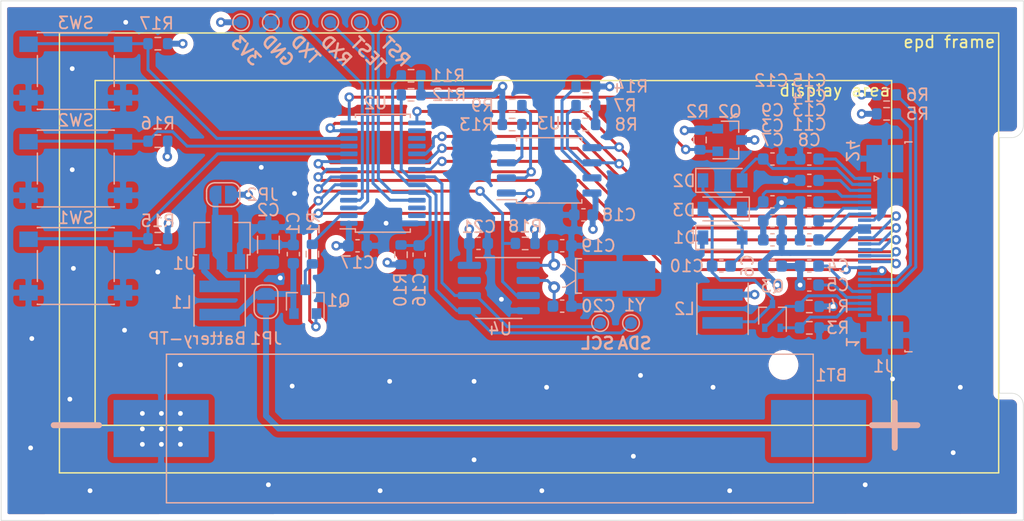
<source format=kicad_pcb>
(kicad_pcb (version 20171130) (host pcbnew 5.1.9+dfsg1-1~bpo10+1)
  (layers (0 F.Cu signal) (1 In1.Cu.PWR power) (2 In2.Cu.GND power) (31 B.Cu signal) (34 B.Paste user) (35 F.Paste user) (36 B.SilkS user) (37 F.SilkS user) (38 B.Mask user) (39 F.Mask user) (44 Edge.Cuts user))
  (net 0 "")
  (net 1 "Net-(BT1-Pad1)")
  (net 2 GND)
  (net 3 +3V3)
  (net 4 /epd/VGH)
  (net 5 /epd/VGL)
  (net 6 /epd/PREVGL)
  (net 7 VCC)
  (net 8 /epd/PREVGH)
  (net 9 /epd/VDD)
  (net 10 /epd/VPP)
  (net 11 /epd/VSH)
  (net 12 /epd/VSL)
  (net 13 /epd/VCOM)
  (net 14 /mcu/RST)
  (net 15 "Net-(C20-Pad1)")
  (net 16 /mcu/EPD_PWR_EN)
  (net 17 /epd/DIN)
  (net 18 /epd/CLK)
  (net 19 /epd/CS#)
  (net 20 /epd/DC#)
  (net 21 /mcu/EPD_RST#)
  (net 22 /epd/BUSY)
  (net 23 /epd/NC)
  (net 24 /epd/GDR)
  (net 25 /epd/RESE)
  (net 26 /epd/TSCL)
  (net 27 /epd/TSDA)
  (net 28 /mcu/TEST)
  (net 29 "Net-(L1-Pad2)")
  (net 30 /power/ADEN#)
  (net 31 "Net-(Q1-Pad3)")
  (net 32 /mcu/AIN)
  (net 33 /button/BT0)
  (net 34 /button/BT1)
  (net 35 /button/BT2)
  (net 36 /rtc/INT)
  (net 37 /flash/MISO)
  (net 38 /flash/CS)
  (net 39 /mcu/SCL)
  (net 40 /mcu/SDA)
  (net 41 "Net-(C1-Pad1)")
  (net 42 /mcu/UCA0RXD)
  (net 43 /mcu/UCA0TXD)
  (net 44 "Net-(C2-Pad1)")
  (net 45 "Net-(C10-Pad2)")
  (net 46 "Net-(C10-Pad1)")
  (net 47 "Net-(C19-Pad1)")
  (net 48 "Net-(U2-Pad27)")
  (net 49 "Net-(U2-Pad26)")
  (net 50 "Net-(U2-Pad18)")
  (net 51 "Net-(U2-Pad17)")
  (net 52 "Net-(U2-Pad16)")
  (net 53 "Net-(U4-Pad7)")
  (net 54 "Net-(R13-Pad1)")
  (net 55 "Net-(R14-Pad1)")
  (module TestPoint:TestPoint_Pad_D1.0mm (layer B.Cu) (at 148.075 124.4)
    (fp_text reference TP8 hide)
    (fp_text value TestPoint)
    (pad 1 smd circle (at 0 0) (size 1 1) (layers B.Cu B.Mask) (net 40 /mcu/SDA))
  )
  (module TestPoint:TestPoint_Pad_D1.0mm (layer B.Cu) (at 145.475 124.4)
    (fp_text reference TP7 hide)
    (fp_text value TestPoint)
    (pad 1 smd circle (at 0 0) (size 1 1) (layers B.Cu B.Mask) (net 39 /mcu/SCL))
  )
  (module Resistor_SMD:R_0603_1608Metric (layer B.Cu) (at 129.575 105.2 180)
    (fp_text reference R12 (at -3.2 0) (layer B.SilkS) (effects (justify mirror)))
    (fp_text value 4.7K)
    (pad 2 smd roundrect (at 0.825 0 180) (size 0.8 0.95) (layers B.Cu B.Paste B.Mask) (net 39 /mcu/SCL))
    (pad 1 smd roundrect (at -0.825 0 180) (size 0.8 0.95) (layers B.Cu B.Paste B.Mask) (net 3 +3V3))
  )
  (module Package_TO_SOT_SMD:SOT-323_SC-70 (layer B.Cu) (at 159.975 123.8 90)
    (fp_text reference Q3 (at 2.5 0 180) (layer B.SilkS) (effects (justify mirror)))
    (fp_text value IRLML6344)
    (pad 3 smd rect (at 1 0 180) (size 0.45 0.7) (layers B.Cu B.Paste B.Mask) (net 46 "Net-(C10-Pad1)"))
    (pad 2 smd rect (at -1 -0.65 180) (size 0.45 0.7) (layers B.Cu B.Paste B.Mask) (net 25 /epd/RESE))
    (pad 1 smd rect (at -1 0.65 180) (size 0.45 0.7) (layers B.Cu B.Paste B.Mask) (net 24 /epd/GDR))
  )
  (module Resistor_SMD:R_0603_1608Metric (layer B.Cu) (at 163.075 124.8)
    (fp_text reference R3 (at 2.4 0) (layer B.SilkS) (effects (justify mirror)))
    (fp_text value 10K)
    (pad 2 smd roundrect (at 0.825 0) (size 0.8 0.95) (layers B.Cu B.Paste B.Mask) (net 2 GND))
    (pad 1 smd roundrect (at -0.825 0) (size 0.8 0.95) (layers B.Cu B.Paste B.Mask) (net 24 /epd/GDR))
  )
  (module Resistor_SMD:R_0603_1608Metric (layer B.Cu) (at 138.075 106.1)
    (fp_text reference R9 (at -2.5 0) (layer B.SilkS) (effects (justify mirror)))
    (fp_text value 10K)
    (pad 2 smd roundrect (at 0.825 0) (size 0.8 0.95) (layers B.Cu B.Paste B.Mask) (net 37 /flash/MISO))
    (pad 1 smd roundrect (at -0.825 0) (size 0.8 0.95) (layers B.Cu B.Paste B.Mask) (net 3 +3V3))
  )
  (module Resistor_SMD:R_0603_1608Metric (layer B.Cu) (at 144.275 107.7 180)
    (fp_text reference R8 (at -3.4 0) (layer B.SilkS) (effects (justify mirror)))
    (fp_text value 10K)
    (pad 2 smd roundrect (at 0.825 0 180) (size 0.8 0.95) (layers B.Cu B.Paste B.Mask) (net 17 /epd/DIN))
    (pad 1 smd roundrect (at -0.825 0 180) (size 0.8 0.95) (layers B.Cu B.Paste B.Mask) (net 3 +3V3))
  )
  (module Resistor_SMD:R_0603_1608Metric (layer B.Cu) (at 144.275 106.1 180)
    (fp_text reference R7 (at -3.3 0) (layer B.SilkS) (effects (justify mirror)))
    (fp_text value 10K)
    (pad 2 smd roundrect (at 0.825 0 180) (size 0.8 0.95) (layers B.Cu B.Paste B.Mask) (net 18 /epd/CLK))
    (pad 1 smd roundrect (at -0.825 0 180) (size 0.8 0.95) (layers B.Cu B.Paste B.Mask) (net 3 +3V3))
  )
  (module Resistor_SMD:R_0603_1608Metric (layer B.Cu) (at 153.875 109 270)
    (fp_text reference R2 (at -2.4 0.2 180) (layer B.SilkS) (effects (justify mirror)))
    (fp_text value 10K)
    (pad 2 smd roundrect (at 0.825 0 270) (size 0.8 0.95) (layers B.Cu B.Paste B.Mask) (net 16 /mcu/EPD_PWR_EN))
    (pad 1 smd roundrect (at -0.825 0 270) (size 0.8 0.95) (layers B.Cu B.Paste B.Mask) (net 3 +3V3))
  )
  (module Capacitor_SMD:C_0603_1608Metric (layer B.Cu) (at 155.675 119.6)
    (fp_text reference C10 (at -2.9 0 180) (layer B.SilkS) (effects (justify mirror)))
    (fp_text value 0.1uF/50V)
    (pad 2 smd roundrect (at 0.775 0) (size 0.9 0.95) (layers B.Cu B.Paste B.Mask) (net 45 "Net-(C10-Pad2)"))
    (pad 1 smd roundrect (at -0.775 0) (size 0.9 0.95) (layers B.Cu B.Paste B.Mask) (net 46 "Net-(C10-Pad1)"))
  )
  (module Inductor_SMD:L_Coilcraft_XxL4020 (layer B.Cu) (at 155.775 123.2 90)
    (fp_text reference L2 (at 0 -3.2 180) (layer B.SilkS) (effects (justify mirror)))
    (fp_text value 47uH)
    (pad 1 smd rect (at -1.185 0 90) (size 0.98 3.4) (layers B.Cu B.Paste B.Mask) (net 46 "Net-(C10-Pad1)"))
    (pad 2 smd rect (at 1.185 0 90) (size 0.98 3.4) (layers B.Cu B.Paste B.Mask) (net 7 VCC))
  )
  (module Connector_FFC-FPC:TE_2-1734839-4_1x24-1MP_P0.5mm_Horizontal (layer B.Cu) (at 169.075 117.988 270)
    (fp_text reference J1 (at 10.05 -0.2 180) (layer B.SilkS) (effects (justify mirror)))
    (fp_text value Conn_01x24_MountingPin)
    (pad 1 smd rect (at -5.75 1.35 270) (size 0.3 1.1) (layers B.Cu B.Paste B.Mask) (net 13 /epd/VCOM))
    (pad 2 smd rect (at -5.25 1.35 270) (size 0.3 1.1) (layers B.Cu B.Paste B.Mask) (net 6 /epd/PREVGL))
    (pad 3 smd rect (at -4.75 1.35 270) (size 0.3 1.1) (layers B.Cu B.Paste B.Mask) (net 12 /epd/VSL))
    (pad 4 smd rect (at -4.25 1.35 270) (size 0.3 1.1) (layers B.Cu B.Paste B.Mask) (net 8 /epd/PREVGH))
    (pad 5 smd rect (at -3.75 1.35 270) (size 0.3 1.1) (layers B.Cu B.Paste B.Mask) (net 11 /epd/VSH))
    (pad 6 smd rect (at -3.25 1.35 270) (size 0.3 1.1) (layers B.Cu B.Paste B.Mask) (net 10 /epd/VPP))
    (pad 7 smd rect (at -2.75 1.35 270) (size 0.3 1.1) (layers B.Cu B.Paste B.Mask) (net 9 /epd/VDD))
    (pad 8 smd rect (at -2.25 1.35 270) (size 0.3 1.1) (layers B.Cu B.Paste B.Mask) (net 2 GND))
    (pad 9 smd rect (at -1.75 1.35 270) (size 0.3 1.1) (layers B.Cu B.Paste B.Mask) (net 7 VCC))
    (pad 10 smd rect (at -1.25 1.35 270) (size 0.3 1.1) (layers B.Cu B.Paste B.Mask) (net 7 VCC))
    (pad 11 smd rect (at -0.75 1.35 270) (size 0.3 1.1) (layers B.Cu B.Paste B.Mask) (net 17 /epd/DIN))
    (pad 12 smd rect (at -0.25 1.35 270) (size 0.3 1.1) (layers B.Cu B.Paste B.Mask) (net 18 /epd/CLK))
    (pad 13 smd rect (at 0.25 1.35 270) (size 0.3 1.1) (layers B.Cu B.Paste B.Mask) (net 19 /epd/CS#))
    (pad 14 smd rect (at 0.75 1.35 270) (size 0.3 1.1) (layers B.Cu B.Paste B.Mask) (net 20 /epd/DC#))
    (pad 15 smd rect (at 1.25 1.35 270) (size 0.3 1.1) (layers B.Cu B.Paste B.Mask) (net 21 /mcu/EPD_RST#))
    (pad 16 smd rect (at 1.75 1.35 270) (size 0.3 1.1) (layers B.Cu B.Paste B.Mask) (net 22 /epd/BUSY))
    (pad 17 smd rect (at 2.25 1.35 270) (size 0.3 1.1) (layers B.Cu B.Paste B.Mask) (net 2 GND))
    (pad 18 smd rect (at 2.75 1.35 270) (size 0.3 1.1) (layers B.Cu B.Paste B.Mask) (net 27 /epd/TSDA))
    (pad 19 smd rect (at 3.25 1.35 270) (size 0.3 1.1) (layers B.Cu B.Paste B.Mask) (net 26 /epd/TSCL))
    (pad 20 smd rect (at 3.75 1.35 270) (size 0.3 1.1) (layers B.Cu B.Paste B.Mask) (net 4 /epd/VGH))
    (pad 21 smd rect (at 4.25 1.35 270) (size 0.3 1.1) (layers B.Cu B.Paste B.Mask) (net 5 /epd/VGL))
    (pad 22 smd rect (at 4.75 1.35 270) (size 0.3 1.1) (layers B.Cu B.Paste B.Mask) (net 25 /epd/RESE))
    (pad 23 smd rect (at 5.25 1.35 270) (size 0.3 1.1) (layers B.Cu B.Paste B.Mask) (net 24 /epd/GDR))
    (pad 24 smd rect (at 5.75 1.35 270) (size 0.3 1.1) (layers B.Cu B.Paste B.Mask) (net 23 /epd/NC))
    (pad MP smd rect (at -7.42 -0.35 270) (size 2.3 3.1) (layers B.Cu B.Paste B.Mask) (net 2 GND))
    (pad MP smd rect (at 7.42 -0.35 270) (size 2.3 3.1) (layers B.Cu B.Paste B.Mask) (net 2 GND))
  )
  (module Resistor_SMD:R_0603_1608Metric (layer B.Cu) (at 163.075 123)
    (fp_text reference R4 (at 2.4 0) (layer B.SilkS) (effects (justify mirror)))
    (fp_text value 4.7)
    (pad 2 smd roundrect (at 0.825 0) (size 0.8 0.95) (layers B.Cu B.Paste B.Mask) (net 2 GND))
    (pad 1 smd roundrect (at -0.825 0) (size 0.8 0.95) (layers B.Cu B.Paste B.Mask) (net 25 /epd/RESE))
  )
  (module Resistor_SMD:R_0603_1608Metric (layer B.Cu) (at 139.175 117.7 180)
    (fp_text reference R18 (at 0 1.43) (layer B.SilkS) (effects (justify mirror)))
    (fp_text value 10K)
    (pad 2 smd roundrect (at 0.825 0 180) (size 0.8 0.95) (layers B.Cu B.Paste B.Mask) (net 36 /rtc/INT))
    (pad 1 smd roundrect (at -0.825 0 180) (size 0.8 0.95) (layers B.Cu B.Paste B.Mask) (net 3 +3V3))
  )
  (module Resistor_SMD:R_0603_1608Metric (layer B.Cu) (at 129.575 103.6 180)
    (fp_text reference R11 (at -3.1 0) (layer B.SilkS) (effects (justify mirror)))
    (fp_text value 4.7K)
    (pad 2 smd roundrect (at 0.825 0 180) (size 0.8 0.95) (layers B.Cu B.Paste B.Mask) (net 40 /mcu/SDA))
    (pad 1 smd roundrect (at -0.825 0 180) (size 0.8 0.95) (layers B.Cu B.Paste B.Mask) (net 3 +3V3))
  )
  (module Jumper:SolderJumper-2_P1.3mm_Open_RoundedPad1.0x1.5mm (layer B.Cu) (at 113.775 113.6)
    (fp_text reference JP2 (at 3.3 0) (layer B.SilkS) (effects (justify mirror)))
    (fp_text value Jumper)
    (pad 2 smd custom (at 0.65 0) (size 1 0.5) (layers B.Cu B.Mask) (net 3 +3V3) (options (clearance outline) (anchor rect)) (primitives (gr_circle (center 0 -0.25) (end 0.5 -0.25) (width 0)) (gr_circle (center 0 0.25) (end 0.5 0.25) (width 0)) (gr_poly (pts (xy 0 0.75) (xy -0.5 0.75) (xy -0.5 -0.75) (xy 0 -0.75)) (width 0))))
    (pad 1 smd custom (at -0.65 0) (size 1 0.5) (layers B.Cu B.Mask) (net 44 "Net-(C2-Pad1)") (options (clearance outline) (anchor rect)) (primitives (gr_circle (center 0 -0.25) (end 0.5 -0.25) (width 0)) (gr_circle (center 0 0.25) (end 0.5 0.25) (width 0)) (gr_poly (pts (xy 0 0.75) (xy 0.5 0.75) (xy 0.5 -0.75) (xy 0 -0.75)) (width 0))))
  )
  (module Capacitor_SMD:C_1206_3216Metric (layer B.Cu) (at 117.575 117.8 90)
    (fp_text reference C2 (at 2.9 0 180) (layer B.SilkS) (effects (justify mirror)))
    (fp_text value 100uF)
    (pad 2 smd roundrect (at 1.475 0 90) (size 1.15 1.8) (layers B.Cu B.Paste B.Mask) (roundrect_rratio 0.2173904347826087) (net 2 GND))
    (pad 1 smd roundrect (at -1.475 0 90) (size 1.15 1.8) (layers B.Cu B.Paste B.Mask) (roundrect_rratio 0.2173904347826087) (net 44 "Net-(C2-Pad1)"))
  )
  (module custom:AAA_holder_smt (layer B.Cu) (at 163.401 127.018 180)
    (fp_text reference BT1 (at -1.524 -1.778) (layer B.SilkS) (effects (justify mirror)))
    (fp_text value Battery_Cell)
    (fp_text user - (at 61.976 -5.588) (layer B.SilkS) (effects (font (size 5 5) (thickness 0.5)) (justify mirror)))
    (fp_text user + (at -6.858 -5.588) (layer B.SilkS) (effects (font (size 5 5) (thickness 0.5)) (justify mirror)))
    (pad 2 smd rect (at 54.85 -6.25 180) (size 8 4.8) (layers B.Cu B.Paste B.Mask) (net 2 GND))
    (pad 1 smd rect (at -0.45 -6.25 180) (size 8 4.8) (layers B.Cu B.Paste B.Mask) (net 1 "Net-(BT1-Pad1)"))
    (pad "" np_thru_hole circle (at 2.5 -0.9 180) (size 1.5 1.5) (drill 1.5) (layers *.Cu *.Mask))
  )
  (module Jumper:SolderJumper-2_P1.3mm_Open_RoundedPad1.0x1.5mm (layer B.Cu) (at 117.375 122.6 90)
    (fp_text reference JP1 (at -3.1 0 180) (layer B.SilkS) (effects (justify mirror)))
    (fp_text value Jumper)
    (pad 2 smd custom (at 0.65 0 90) (size 1 0.5) (layers B.Cu B.Mask) (net 41 "Net-(C1-Pad1)") (options (clearance outline) (anchor rect)) (primitives (gr_circle (center 0 -0.25) (end 0.5 -0.25) (width 0)) (gr_circle (center 0 0.25) (end 0.5 0.25) (width 0)) (gr_poly (pts (xy 0 0.75) (xy -0.5 0.75) (xy -0.5 -0.75) (xy 0 -0.75)) (width 0))))
    (pad 1 smd custom (at -0.65 0 90) (size 1 0.5) (layers B.Cu B.Mask) (net 1 "Net-(BT1-Pad1)") (options (clearance outline) (anchor rect)) (primitives (gr_circle (center 0 -0.25) (end 0.5 -0.25) (width 0)) (gr_circle (center 0 0.25) (end 0.5 0.25) (width 0)) (gr_poly (pts (xy 0 0.75) (xy 0.5 0.75) (xy 0.5 -0.75) (xy 0 -0.75)) (width 0))))
  )
  (module TestPoint:TestPoint_Pad_D1.0mm (layer B.Cu) (at 120.275 99.1)
    (fp_text reference TP6 hide)
    (fp_text value TestPoint)
    (pad 1 smd circle (at 0 0) (size 1 1) (layers B.Cu B.Mask) (net 43 /mcu/UCA0TXD))
  )
  (module TestPoint:TestPoint_Pad_D1.0mm (layer B.Cu) (at 122.775 99.1)
    (fp_text reference TP5 hide)
    (fp_text value TestPoint)
    (pad 1 smd circle (at 0 0) (size 1 1) (layers B.Cu B.Mask) (net 42 /mcu/UCA0RXD))
  )
  (module TestPoint:TestPoint_Pad_D1.0mm (layer B.Cu) (at 125.275 99.1)
    (fp_text reference TP4 hide)
    (fp_text value TestPoint)
    (pad 1 smd circle (at 0 0) (size 1 1) (layers B.Cu B.Mask) (net 28 /mcu/TEST))
  )
  (module TestPoint:TestPoint_Pad_D1.0mm (layer B.Cu) (at 127.775 99.1)
    (fp_text reference TP3 hide)
    (fp_text value TestPoint)
    (pad 1 smd circle (at 0 0) (size 1 1) (layers B.Cu B.Mask) (net 14 /mcu/RST))
  )
  (module TestPoint:TestPoint_Pad_D1.0mm (layer B.Cu) (at 117.775 99.1)
    (fp_text reference TP2 hide)
    (fp_text value TestPoint)
    (pad 1 smd circle (at 0 0) (size 1 1) (layers B.Cu B.Mask) (net 2 GND))
  )
  (module TestPoint:TestPoint_Pad_D1.0mm (layer B.Cu) (at 115.275 99.1)
    (fp_text reference TP1 hide)
    (fp_text value TestPoint)
    (pad 1 smd circle (at 0 0) (size 1 1) (layers B.Cu B.Mask) (net 3 +3V3))
  )
  (module Resistor_SMD:R_0603_1608Metric (layer B.Cu) (at 144.275 104.5)
    (fp_text reference R14 (at 3.8 0) (layer B.SilkS) (effects (justify mirror)))
    (fp_text value 10K)
    (pad 2 smd roundrect (at 0.825 0) (size 0.8 0.95) (layers B.Cu B.Paste B.Mask) (net 3 +3V3))
    (pad 1 smd roundrect (at -0.825 0) (size 0.8 0.95) (layers B.Cu B.Paste B.Mask) (net 55 "Net-(R14-Pad1)"))
  )
  (module Resistor_SMD:R_0603_1608Metric (layer B.Cu) (at 138.075 107.7 180)
    (fp_text reference R13 (at 3 0) (layer B.SilkS) (effects (justify mirror)))
    (fp_text value 10K)
    (pad 2 smd roundrect (at 0.825 0 180) (size 0.8 0.95) (layers B.Cu B.Paste B.Mask) (net 3 +3V3))
    (pad 1 smd roundrect (at -0.825 0 180) (size 0.8 0.95) (layers B.Cu B.Paste B.Mask) (net 54 "Net-(R13-Pad1)"))
  )
  (module Resistor_SMD:R_0603_1608Metric (layer B.Cu) (at 108.275 117.3)
    (fp_text reference R15 (at 0 -1.5) (layer B.SilkS) (effects (justify mirror)))
    (fp_text value 10K)
    (pad 2 smd roundrect (at 0.825 0) (size 0.8 0.95) (layers B.Cu B.Paste B.Mask) (net 3 +3V3))
    (pad 1 smd roundrect (at -0.825 0) (size 0.8 0.95) (layers B.Cu B.Paste B.Mask) (net 33 /button/BT0))
  )
  (module Button_Switch_SMD:SW_Push_1P1T_NO_6x6mm_H9.5mm (layer B.Cu) (at 101.375 119.6 180)
    (fp_text reference SW1 (at 0 4.05) (layer B.SilkS) (effects (justify mirror)))
    (fp_text value SW_Push)
    (pad 2 smd rect (at 3.975 -2.25 180) (size 1.55 1.3) (layers B.Cu B.Paste B.Mask) (net 2 GND))
    (pad 1 smd rect (at 3.975 2.25 180) (size 1.55 1.3) (layers B.Cu B.Paste B.Mask) (net 33 /button/BT0))
    (pad 1 smd rect (at -3.975 2.25 180) (size 1.55 1.3) (layers B.Cu B.Paste B.Mask) (net 33 /button/BT0))
    (pad 2 smd rect (at -3.975 -2.25 180) (size 1.55 1.3) (layers B.Cu B.Paste B.Mask) (net 2 GND))
  )
  (module Button_Switch_SMD:SW_Push_1P1T_NO_6x6mm_H9.5mm (layer B.Cu) (at 101.375 103.2 180)
    (fp_text reference SW3 (at 0 4.05) (layer B.SilkS) (effects (justify mirror)))
    (fp_text value SW_Push)
    (pad 2 smd rect (at 3.975 -2.25 180) (size 1.55 1.3) (layers B.Cu B.Paste B.Mask) (net 2 GND))
    (pad 1 smd rect (at 3.975 2.25 180) (size 1.55 1.3) (layers B.Cu B.Paste B.Mask) (net 35 /button/BT2))
    (pad 1 smd rect (at -3.975 2.25 180) (size 1.55 1.3) (layers B.Cu B.Paste B.Mask) (net 35 /button/BT2))
    (pad 2 smd rect (at -3.975 -2.25 180) (size 1.55 1.3) (layers B.Cu B.Paste B.Mask) (net 2 GND))
  )
  (module Button_Switch_SMD:SW_Push_1P1T_NO_6x6mm_H9.5mm (layer B.Cu) (at 101.375 111.4 180)
    (fp_text reference SW2 (at 0 4.05) (layer B.SilkS) (effects (justify mirror)))
    (fp_text value SW_Push)
    (pad 2 smd rect (at 3.975 -2.25 180) (size 1.55 1.3) (layers B.Cu B.Paste B.Mask) (net 2 GND))
    (pad 1 smd rect (at 3.975 2.25 180) (size 1.55 1.3) (layers B.Cu B.Paste B.Mask) (net 34 /button/BT1))
    (pad 1 smd rect (at -3.975 2.25 180) (size 1.55 1.3) (layers B.Cu B.Paste B.Mask) (net 34 /button/BT1))
    (pad 2 smd rect (at -3.975 -2.25 180) (size 1.55 1.3) (layers B.Cu B.Paste B.Mask) (net 2 GND))
  )
  (module Capacitor_SMD:C_0603_1608Metric (layer B.Cu) (at 125.075 117.9)
    (fp_text reference C17 (at 0 1.4 180) (layer B.SilkS) (effects (justify mirror)))
    (fp_text value 0.1uF)
    (pad 1 smd roundrect (at -0.775 0) (size 0.9 0.95) (layers B.Cu B.Paste B.Mask) (net 3 +3V3))
    (pad 2 smd roundrect (at 0.775 0) (size 0.9 0.95) (layers B.Cu B.Paste B.Mask) (net 2 GND))
  )
  (module Capacitor_SMD:C_0603_1608Metric (layer B.Cu) (at 119.675 118.6 90)
    (fp_text reference C1 (at 2.6 0 270) (layer B.SilkS) (effects (justify mirror)))
    (fp_text value 10uF)
    (pad 1 smd roundrect (at -0.775 0 90) (size 0.9 0.95) (layers B.Cu B.Paste B.Mask) (net 41 "Net-(C1-Pad1)"))
    (pad 2 smd roundrect (at 0.775 0 90) (size 0.9 0.95) (layers B.Cu B.Paste B.Mask) (net 2 GND))
  )
  (module Capacitor_SMD:C_0603_1608Metric (layer B.Cu) (at 163.075 119.6 180)
    (fp_text reference C4 (at -2.4 0) (layer B.SilkS) (effects (justify mirror)))
    (fp_text value 1uF/25V)
    (pad 2 smd roundrect (at 0.775 0 180) (size 0.9 0.95) (layers B.Cu B.Paste B.Mask) (net 2 GND))
    (pad 1 smd roundrect (at -0.775 0 180) (size 0.9 0.95) (layers B.Cu B.Paste B.Mask) (net 4 /epd/VGH))
  )
  (module Capacitor_SMD:C_0603_1608Metric (layer B.Cu) (at 163.075 121.2 180)
    (fp_text reference C5 (at -2.4 0) (layer B.SilkS) (effects (justify mirror)))
    (fp_text value 1uF/25V)
    (pad 2 smd roundrect (at 0.775 0 180) (size 0.9 0.95) (layers B.Cu B.Paste B.Mask) (net 2 GND))
    (pad 1 smd roundrect (at -0.775 0 180) (size 0.9 0.95) (layers B.Cu B.Paste B.Mask) (net 5 /epd/VGL))
  )
  (module Capacitor_SMD:C_0603_1608Metric (layer B.Cu) (at 159.975 110.6)
    (fp_text reference C12 (at -0.1 -6.6 180) (layer B.SilkS) (effects (justify mirror)))
    (fp_text value 1uF/50V)
    (pad 2 smd roundrect (at 0.775 0) (size 0.9 0.95) (layers B.Cu B.Paste B.Mask) (net 2 GND))
    (pad 1 smd roundrect (at -0.775 0) (size 0.9 0.95) (layers B.Cu B.Paste B.Mask) (net 6 /epd/PREVGL))
  )
  (module Capacitor_SMD:C_0603_1608Metric (layer B.Cu) (at 159.975 115.8 180)
    (fp_text reference C3 (at 0 8) (layer B.SilkS) (effects (justify mirror)))
    (fp_text value 0.1uF/25V)
    (pad 1 smd roundrect (at -0.775 0 180) (size 0.9 0.95) (layers B.Cu B.Paste B.Mask) (net 7 VCC))
    (pad 2 smd roundrect (at 0.775 0 180) (size 0.9 0.95) (layers B.Cu B.Paste B.Mask) (net 2 GND))
  )
  (module Capacitor_SMD:C_0603_1608Metric (layer B.Cu) (at 159.975 114.2)
    (fp_text reference C9 (at 0 -7.7 180) (layer B.SilkS) (effects (justify mirror)))
    (fp_text value 1uF/50V)
    (pad 2 smd roundrect (at 0.775 0) (size 0.9 0.95) (layers B.Cu B.Paste B.Mask) (net 2 GND))
    (pad 1 smd roundrect (at -0.775 0) (size 0.9 0.95) (layers B.Cu B.Paste B.Mask) (net 8 /epd/PREVGH))
  )
  (module Capacitor_SMD:C_0603_1608Metric (layer B.Cu) (at 159.975 119.6 180)
    (fp_text reference C6 (at 2.1 0 90) (layer B.SilkS) (effects (justify mirror)))
    (fp_text value 10uF/6V)
    (pad 1 smd roundrect (at -0.775 0 180) (size 0.9 0.95) (layers B.Cu B.Paste B.Mask) (net 2 GND))
    (pad 2 smd roundrect (at 0.775 0 180) (size 0.9 0.95) (layers B.Cu B.Paste B.Mask) (net 7 VCC))
  )
  (module Capacitor_SMD:C_0603_1608Metric (layer B.Cu) (at 159.975 117.4 180)
    (fp_text reference C7 (at 0 8.4 180) (layer B.SilkS) (effects (justify mirror)))
    (fp_text value 1uF/25V)
    (pad 1 smd roundrect (at -0.775 0 180) (size 0.9 0.95) (layers B.Cu B.Paste B.Mask) (net 7 VCC))
    (pad 2 smd roundrect (at 0.775 0 180) (size 0.9 0.95) (layers B.Cu B.Paste B.Mask) (net 2 GND))
  )
  (module Capacitor_SMD:C_0603_1608Metric (layer B.Cu) (at 163.075 117.4 180)
    (fp_text reference C8 (at 0 8.4) (layer B.SilkS) (effects (justify mirror)))
    (fp_text value 1uF/25V)
    (pad 1 smd roundrect (at -0.775 0 180) (size 0.9 0.95) (layers B.Cu B.Paste B.Mask) (net 9 /epd/VDD))
    (pad 2 smd roundrect (at 0.775 0 180) (size 0.9 0.95) (layers B.Cu B.Paste B.Mask) (net 2 GND))
  )
  (module Capacitor_SMD:C_0603_1608Metric (layer B.Cu) (at 163.075 115.8 180)
    (fp_text reference C11 (at 0 8.1 180) (layer B.SilkS) (effects (justify mirror)))
    (fp_text value 1uF/25V)
    (pad 2 smd roundrect (at 0.775 0 180) (size 0.9 0.95) (layers B.Cu B.Paste B.Mask) (net 2 GND))
    (pad 1 smd roundrect (at -0.775 0 180) (size 0.9 0.95) (layers B.Cu B.Paste B.Mask) (net 10 /epd/VPP))
  )
  (module Capacitor_SMD:C_0603_1608Metric (layer B.Cu) (at 163.075 114.2 180)
    (fp_text reference C13 (at 0 7.7) (layer B.SilkS) (effects (justify mirror)))
    (fp_text value 1uF/25V)
    (pad 2 smd roundrect (at 0.775 0 180) (size 0.9 0.95) (layers B.Cu B.Paste B.Mask) (net 2 GND))
    (pad 1 smd roundrect (at -0.775 0 180) (size 0.9 0.95) (layers B.Cu B.Paste B.Mask) (net 11 /epd/VSH))
  )
  (module Capacitor_SMD:C_0603_1608Metric (layer B.Cu) (at 163.075 112.4 180)
    (fp_text reference C14 (at 0 7.1) (layer B.SilkS) (effects (justify mirror)))
    (fp_text value 1uF/25V)
    (pad 1 smd roundrect (at -0.775 0 180) (size 0.9 0.95) (layers B.Cu B.Paste B.Mask) (net 12 /epd/VSL))
    (pad 2 smd roundrect (at 0.775 0 180) (size 0.9 0.95) (layers B.Cu B.Paste B.Mask) (net 2 GND))
  )
  (module Capacitor_SMD:C_0603_1608Metric (layer B.Cu) (at 163.075 110.6 180)
    (fp_text reference C15 (at 0 6.6) (layer B.SilkS) (effects (justify mirror)))
    (fp_text value 1uF/6V)
    (pad 1 smd roundrect (at -0.775 0 180) (size 0.9 0.95) (layers B.Cu B.Paste B.Mask) (net 13 /epd/VCOM))
    (pad 2 smd roundrect (at 0.775 0 180) (size 0.9 0.95) (layers B.Cu B.Paste B.Mask) (net 2 GND))
  )
  (module Capacitor_SMD:C_0603_1608Metric (layer B.Cu) (at 130.251 118.65 270)
    (fp_text reference C16 (at 2.95 -0.024 90) (layer B.SilkS) (effects (justify mirror)))
    (fp_text value 1nF)
    (pad 1 smd roundrect (at -0.775 0 270) (size 0.9 0.95) (layers B.Cu B.Paste B.Mask) (net 14 /mcu/RST))
    (pad 2 smd roundrect (at 0.775 0 270) (size 0.9 0.95) (layers B.Cu B.Paste B.Mask) (net 2 GND))
  )
  (module Capacitor_SMD:C_0603_1608Metric (layer B.Cu) (at 144.075 115.3 180)
    (fp_text reference C18 (at -3 0) (layer B.SilkS) (effects (justify mirror)))
    (fp_text value 0.1uF)
    (pad 2 smd roundrect (at 0.775 0 180) (size 0.9 0.95) (layers B.Cu B.Paste B.Mask) (net 2 GND))
    (pad 1 smd roundrect (at -0.775 0 180) (size 0.9 0.95) (layers B.Cu B.Paste B.Mask) (net 3 +3V3))
  )
  (module Capacitor_SMD:C_0603_1608Metric (layer B.Cu) (at 142.287 117.894)
    (fp_text reference C19 (at 3.048 0) (layer B.SilkS) (effects (justify mirror)))
    (fp_text value 22pF)
    (pad 1 smd roundrect (at -0.775 0) (size 0.9 0.95) (layers B.Cu B.Paste B.Mask) (net 47 "Net-(C19-Pad1)"))
    (pad 2 smd roundrect (at 0.775 0) (size 0.9 0.95) (layers B.Cu B.Paste B.Mask) (net 2 GND))
  )
  (module Capacitor_SMD:C_0603_1608Metric (layer B.Cu) (at 142.287 122.974)
    (fp_text reference C20 (at 3.048 0) (layer B.SilkS) (effects (justify mirror)))
    (fp_text value 22pF)
    (pad 1 smd roundrect (at -0.775 0) (size 0.9 0.95) (layers B.Cu B.Paste B.Mask) (net 15 "Net-(C20-Pad1)"))
    (pad 2 smd roundrect (at 0.775 0) (size 0.9 0.95) (layers B.Cu B.Paste B.Mask) (net 2 GND))
  )
  (module Capacitor_SMD:C_0603_1608Metric (layer B.Cu) (at 135.25 117.7 180)
    (fp_text reference C21 (at -0.025 1.4) (layer B.SilkS) (effects (justify mirror)))
    (fp_text value 0.1uF)
    (pad 2 smd roundrect (at 0.775 0 180) (size 0.9 0.95) (layers B.Cu B.Paste B.Mask) (net 3 +3V3))
    (pad 1 smd roundrect (at -0.775 0 180) (size 0.9 0.95) (layers B.Cu B.Paste B.Mask) (net 2 GND))
  )
  (module Diode_SMD:D_SOD-123 (layer B.Cu) (at 155.775 117.2)
    (fp_text reference D1 (at -3.2 0 180) (layer B.SilkS) (effects (justify mirror)))
    (fp_text value MBR0530)
    (pad 1 smd rect (at -1.65 0) (size 0.9 1.2) (layers B.Cu B.Paste B.Mask) (net 2 GND))
    (pad 2 smd rect (at 1.65 0) (size 0.9 1.2) (layers B.Cu B.Paste B.Mask) (net 45 "Net-(C10-Pad2)"))
  )
  (module Diode_SMD:D_SOD-123 (layer B.Cu) (at 155.775 112.4)
    (fp_text reference D2 (at -3.244 0.04) (layer B.SilkS) (effects (justify mirror)))
    (fp_text value MBR0530)
    (pad 2 smd rect (at 1.65 0) (size 0.9 1.2) (layers B.Cu B.Paste B.Mask) (net 6 /epd/PREVGL))
    (pad 1 smd rect (at -1.65 0) (size 0.9 1.2) (layers B.Cu B.Paste B.Mask) (net 45 "Net-(C10-Pad2)"))
  )
  (module Diode_SMD:D_SOD-123 (layer B.Cu) (at 155.775 114.8 180)
    (fp_text reference D3 (at 3.244 -0.1) (layer B.SilkS) (effects (justify mirror)))
    (fp_text value MBR0530)
    (pad 2 smd rect (at 1.65 0 180) (size 0.9 1.2) (layers B.Cu B.Paste B.Mask) (net 46 "Net-(C10-Pad1)"))
    (pad 1 smd rect (at -1.65 0 180) (size 0.9 1.2) (layers B.Cu B.Paste B.Mask) (net 8 /epd/PREVGH))
  )
  (module Inductor_SMD:L_Coilcraft_XxL4020 (layer B.Cu) (at 113.475 122.5 90)
    (fp_text reference L1 (at -0.162 -3.2 180) (layer B.SilkS) (effects (justify mirror)))
    (fp_text value 22uH)
    (pad 1 smd rect (at -1.185 0 90) (size 0.98 3.4) (layers B.Cu B.Paste B.Mask) (net 41 "Net-(C1-Pad1)"))
    (pad 2 smd rect (at 1.185 0 90) (size 0.98 3.4) (layers B.Cu B.Paste B.Mask) (net 29 "Net-(L1-Pad2)"))
  )
  (module Package_TO_SOT_SMD:SOT-23 (layer B.Cu) (at 120.675 122.6 90)
    (fp_text reference Q1 (at 0.1 2.8 180) (layer B.SilkS) (effects (justify mirror)))
    (fp_text value Q_PMOS_GSD)
    (pad 1 smd rect (at -1 0.95 90) (size 0.9 0.8) (layers B.Cu B.Paste B.Mask) (net 30 /power/ADEN#))
    (pad 2 smd rect (at -1 -0.95 90) (size 0.9 0.8) (layers B.Cu B.Paste B.Mask) (net 41 "Net-(C1-Pad1)"))
    (pad 3 smd rect (at 1 0 90) (size 0.9 0.8) (layers B.Cu B.Paste B.Mask) (net 31 "Net-(Q1-Pad3)"))
  )
  (module Package_TO_SOT_SMD:SOT-23 (layer B.Cu) (at 156.375 109)
    (fp_text reference Q2 (at 0 -2.4) (layer B.SilkS) (effects (justify mirror)))
    (fp_text value Q_PMOS_GSD)
    (pad 1 smd rect (at -1 0.95) (size 0.9 0.8) (layers B.Cu B.Paste B.Mask) (net 16 /mcu/EPD_PWR_EN))
    (pad 2 smd rect (at -1 -0.95) (size 0.9 0.8) (layers B.Cu B.Paste B.Mask) (net 3 +3V3))
    (pad 3 smd rect (at 1 0) (size 0.9 0.8) (layers B.Cu B.Paste B.Mask) (net 7 VCC))
  )
  (module Resistor_SMD:R_0603_1608Metric (layer B.Cu) (at 121.275 118.6 270)
    (fp_text reference R1 (at -2.6 -0.1 270) (layer B.SilkS) (effects (justify mirror)))
    (fp_text value 10K)
    (pad 2 smd roundrect (at 0.825 0 270) (size 0.8 0.95) (layers B.Cu B.Paste B.Mask) (net 31 "Net-(Q1-Pad3)"))
    (pad 1 smd roundrect (at -0.825 0 270) (size 0.8 0.95) (layers B.Cu B.Paste B.Mask) (net 32 /mcu/AIN))
  )
  (module Resistor_SMD:R_0603_1608Metric (layer B.Cu) (at 169.575 106.8)
    (fp_text reference R5 (at 2.6 0) (layer B.SilkS) (effects (justify mirror)))
    (fp_text value 4.7K)
    (pad 2 smd roundrect (at 0.825 0) (size 0.8 0.95) (layers B.Cu B.Paste B.Mask) (net 27 /epd/TSDA))
    (pad 1 smd roundrect (at -0.825 0) (size 0.8 0.95) (layers B.Cu B.Paste B.Mask) (net 7 VCC))
  )
  (module Resistor_SMD:R_0603_1608Metric (layer B.Cu) (at 169.575 105.2)
    (fp_text reference R6 (at 2.6 0 180) (layer B.SilkS) (effects (justify mirror)))
    (fp_text value 4.7K)
    (pad 2 smd roundrect (at 0.825 0) (size 0.8 0.95) (layers B.Cu B.Paste B.Mask) (net 26 /epd/TSCL))
    (pad 1 smd roundrect (at -0.825 0) (size 0.8 0.95) (layers B.Cu B.Paste B.Mask) (net 7 VCC))
  )
  (module Resistor_SMD:R_0603_1608Metric (layer B.Cu) (at 128.727 118.65 90)
    (fp_text reference R10 (at -2.95 -0.052 90) (layer B.SilkS) (effects (justify mirror)))
    (fp_text value 47K)
    (pad 1 smd roundrect (at -0.825 0 90) (size 0.8 0.95) (layers B.Cu B.Paste B.Mask) (net 3 +3V3))
    (pad 2 smd roundrect (at 0.825 0 90) (size 0.8 0.95) (layers B.Cu B.Paste B.Mask) (net 14 /mcu/RST))
  )
  (module Resistor_SMD:R_0603_1608Metric (layer B.Cu) (at 108.275 109.1)
    (fp_text reference R16 (at 0 -1.5) (layer B.SilkS) (effects (justify mirror)))
    (fp_text value 10K)
    (pad 1 smd roundrect (at -0.825 0) (size 0.8 0.95) (layers B.Cu B.Paste B.Mask) (net 34 /button/BT1))
    (pad 2 smd roundrect (at 0.825 0) (size 0.8 0.95) (layers B.Cu B.Paste B.Mask) (net 3 +3V3))
  )
  (module Resistor_SMD:R_0603_1608Metric (layer B.Cu) (at 108.275 100.9)
    (fp_text reference R17 (at -0.1 -1.7) (layer B.SilkS) (effects (justify mirror)))
    (fp_text value 10K)
    (pad 2 smd roundrect (at 0.825 0) (size 0.8 0.95) (layers B.Cu B.Paste B.Mask) (net 3 +3V3))
    (pad 1 smd roundrect (at -0.825 0) (size 0.8 0.95) (layers B.Cu B.Paste B.Mask) (net 35 /button/BT2))
  )
  (module Package_TO_SOT_SMD:SOT-89-3 (layer B.Cu) (at 113.675 117.6 90)
    (fp_text reference U1 (at -1.788 -3.164 180) (layer B.SilkS) (effects (justify mirror)))
    (fp_text value ME2188AXXPG)
    (pad 1 smd rect (at -1.65 1.5 90) (size 1.3 0.9) (layers B.Cu B.Paste B.Mask) (net 2 GND))
    (pad 3 smd rect (at -1.65 -1.5 90) (size 1.3 0.9) (layers B.Cu B.Paste B.Mask) (net 29 "Net-(L1-Pad2)"))
    (pad 2 smd custom (at -1.5625 0 90) (size 1.475 0.9) (layers B.Cu B.Paste B.Mask) (net 44 "Net-(C2-Pad1)") (options (clearance outline) (anchor rect)) (primitives (gr_poly (pts (xy 0.7375 0.8665) (xy 3.8625 0.8665) (xy 3.8625 -0.8665) (xy 0.7375 -0.8665)) (width 0))))
  )
  (module Package_SO:TSSOP-28_4.4x9.7mm_P0.65mm (layer B.Cu) (at 127.203 111.792)
    (fp_text reference U2 (at -0.628 -5.892) (layer B.SilkS) (effects (justify mirror)))
    (fp_text value MSP430G2553IPW28)
    (pad 28 smd roundrect (at 2.8625 4.225) (size 1.475 0.4) (layers B.Cu B.Paste B.Mask) (net 2 GND))
    (pad 27 smd roundrect (at 2.8625 3.575) (size 1.475 0.4) (layers B.Cu B.Paste B.Mask) (net 48 "Net-(U2-Pad27)"))
    (pad 26 smd roundrect (at 2.8625 2.925) (size 1.475 0.4) (layers B.Cu B.Paste B.Mask) (net 49 "Net-(U2-Pad26)"))
    (pad 25 smd roundrect (at 2.8625 2.275) (size 1.475 0.4) (layers B.Cu B.Paste B.Mask) (net 28 /mcu/TEST))
    (pad 24 smd roundrect (at 2.8625 1.625) (size 1.475 0.4) (layers B.Cu B.Paste B.Mask) (net 14 /mcu/RST))
    (pad 23 smd roundrect (at 2.8625 0.975) (size 1.475 0.4) (layers B.Cu B.Paste B.Mask) (net 40 /mcu/SDA))
    (pad 22 smd roundrect (at 2.8625 0.325) (size 1.475 0.4) (layers B.Cu B.Paste B.Mask) (net 39 /mcu/SCL))
    (pad 21 smd roundrect (at 2.8625 -0.325) (size 1.475 0.4) (layers B.Cu B.Paste B.Mask) (net 21 /mcu/EPD_RST#))
    (pad 20 smd roundrect (at 2.8625 -0.975) (size 1.475 0.4) (layers B.Cu B.Paste B.Mask) (net 20 /epd/DC#))
    (pad 19 smd roundrect (at 2.8625 -1.625) (size 1.475 0.4) (layers B.Cu B.Paste B.Mask) (net 19 /epd/CS#))
    (pad 18 smd roundrect (at 2.8625 -2.275) (size 1.475 0.4) (layers B.Cu B.Paste B.Mask) (net 50 "Net-(U2-Pad18)"))
    (pad 17 smd roundrect (at 2.8625 -2.925) (size 1.475 0.4) (layers B.Cu B.Paste B.Mask) (net 51 "Net-(U2-Pad17)"))
    (pad 16 smd roundrect (at 2.8625 -3.575) (size 1.475 0.4) (layers B.Cu B.Paste B.Mask) (net 52 "Net-(U2-Pad16)"))
    (pad 15 smd roundrect (at 2.8625 -4.225) (size 1.475 0.4) (layers B.Cu B.Paste B.Mask) (net 17 /epd/DIN))
    (pad 14 smd roundrect (at -2.8625 -4.225) (size 1.475 0.4) (layers B.Cu B.Paste B.Mask) (net 16 /mcu/EPD_PWR_EN))
    (pad 13 smd roundrect (at -2.8625 -3.575) (size 1.475 0.4) (layers B.Cu B.Paste B.Mask) (net 18 /epd/CLK))
    (pad 12 smd roundrect (at -2.8625 -2.925) (size 1.475 0.4) (layers B.Cu B.Paste B.Mask) (net 35 /button/BT2))
    (pad 11 smd roundrect (at -2.8625 -2.275) (size 1.475 0.4) (layers B.Cu B.Paste B.Mask) (net 34 /button/BT1))
    (pad 10 smd roundrect (at -2.8625 -1.625) (size 1.475 0.4) (layers B.Cu B.Paste B.Mask) (net 33 /button/BT0))
    (pad 9 smd roundrect (at -2.8625 -0.975) (size 1.475 0.4) (layers B.Cu B.Paste B.Mask) (net 37 /flash/MISO))
    (pad 8 smd roundrect (at -2.8625 -0.325) (size 1.475 0.4) (layers B.Cu B.Paste B.Mask) (net 22 /epd/BUSY))
    (pad 7 smd roundrect (at -2.8625 0.325) (size 1.475 0.4) (layers B.Cu B.Paste B.Mask) (net 36 /rtc/INT))
    (pad 6 smd roundrect (at -2.8625 0.975) (size 1.475 0.4) (layers B.Cu B.Paste B.Mask) (net 30 /power/ADEN#))
    (pad 5 smd roundrect (at -2.8625 1.625) (size 1.475 0.4) (layers B.Cu B.Paste B.Mask) (net 38 /flash/CS))
    (pad 4 smd roundrect (at -2.8625 2.275) (size 1.475 0.4) (layers B.Cu B.Paste B.Mask) (net 43 /mcu/UCA0TXD))
    (pad 3 smd roundrect (at -2.8625 2.925) (size 1.475 0.4) (layers B.Cu B.Paste B.Mask) (net 42 /mcu/UCA0RXD))
    (pad 2 smd roundrect (at -2.8625 3.575) (size 1.475 0.4) (layers B.Cu B.Paste B.Mask) (net 32 /mcu/AIN))
    (pad 1 smd roundrect (at -2.8625 4.225) (size 1.475 0.4) (layers B.Cu B.Paste B.Mask) (net 3 +3V3))
  )
  (module Package_SO:SOIC-8_5.275x5.275mm_P1.27mm (layer B.Cu) (at 141.193 111.554)
    (fp_text reference U3 (at -0.018 -3.954) (layer B.SilkS) (effects (justify mirror)))
    (fp_text value AT25xxx)
    (pad 8 smd roundrect (at 3.6 1.905) (size 1.6 0.6) (layers B.Cu B.Paste B.Mask) (net 3 +3V3))
    (pad 7 smd roundrect (at 3.6 0.635) (size 1.6 0.6) (layers B.Cu B.Paste B.Mask) (net 55 "Net-(R14-Pad1)"))
    (pad 6 smd roundrect (at 3.6 -0.635) (size 1.6 0.6) (layers B.Cu B.Paste B.Mask) (net 18 /epd/CLK))
    (pad 5 smd roundrect (at 3.6 -1.905) (size 1.6 0.6) (layers B.Cu B.Paste B.Mask) (net 17 /epd/DIN))
    (pad 4 smd roundrect (at -3.6 -1.905) (size 1.6 0.6) (layers B.Cu B.Paste B.Mask) (net 2 GND))
    (pad 3 smd roundrect (at -3.6 -0.635) (size 1.6 0.6) (layers B.Cu B.Paste B.Mask) (net 54 "Net-(R13-Pad1)"))
    (pad 2 smd roundrect (at -3.6 0.635) (size 1.6 0.6) (layers B.Cu B.Paste B.Mask) (net 37 /flash/MISO))
    (pad 1 smd roundrect (at -3.6 1.905) (size 1.6 0.6) (layers B.Cu B.Paste B.Mask) (net 38 /flash/CS))
  )
  (module Package_SO:SOIC-8_3.9x4.9mm_P1.27mm (layer B.Cu) (at 136.953 121.45 180)
    (fp_text reference U4 (at -0.122 -3.45) (layer B.SilkS) (effects (justify mirror)))
    (fp_text value PCF8563T)
    (pad 1 smd roundrect (at -2.475 1.905 180) (size 1.95 0.6) (layers B.Cu B.Paste B.Mask) (net 47 "Net-(C19-Pad1)"))
    (pad 2 smd roundrect (at -2.475 0.635 180) (size 1.95 0.6) (layers B.Cu B.Paste B.Mask) (net 15 "Net-(C20-Pad1)"))
    (pad 3 smd roundrect (at -2.475 -0.635 180) (size 1.95 0.6) (layers B.Cu B.Paste B.Mask) (net 36 /rtc/INT))
    (pad 4 smd roundrect (at -2.475 -1.905 180) (size 1.95 0.6) (layers B.Cu B.Paste B.Mask) (net 2 GND))
    (pad 5 smd roundrect (at 2.475 -1.905 180) (size 1.95 0.6) (layers B.Cu B.Paste B.Mask) (net 40 /mcu/SDA))
    (pad 6 smd roundrect (at 2.475 -0.635 180) (size 1.95 0.6) (layers B.Cu B.Paste B.Mask) (net 39 /mcu/SCL))
    (pad 7 smd roundrect (at 2.475 0.635 180) (size 1.95 0.6) (layers B.Cu B.Paste B.Mask) (net 53 "Net-(U4-Pad7)"))
    (pad 8 smd roundrect (at 2.475 1.905 180) (size 1.95 0.6) (layers B.Cu B.Paste B.Mask) (net 3 +3V3))
  )
  (module Crystal:Crystal_DS26_D2.0mm_L6.0mm_Horizontal_1EP_style1 (layer B.Cu) (at 141.613 119.484 270)
    (fp_text reference Y1 (at 3.416 -6.762 180) (layer B.SilkS) (effects (justify mirror)))
    (fp_text value Crystal_Small)
    (pad 1 thru_hole circle (at 0 0 270) (size 1 1) (drill 0.5) (layers *.Cu *.Mask) (net 47 "Net-(C19-Pad1)"))
    (pad 2 thru_hole circle (at 1.9 0 270) (size 1 1) (drill 0.5) (layers *.Cu *.Mask) (net 15 "Net-(C20-Pad1)"))
    (pad 3 smd rect (at 0.95 -5.5 270) (size 2.5 6) (layers B.Cu B.Paste B.Mask) (net 2 GND))
  )
  (gr_text 24 (at 166.675 109.9 270) (layer B.SilkS) (effects (font (size 1 1)) (justify mirror)))
  (gr_text 1 (at 166.675 126 270) (layer B.SilkS) (effects (font (size 1 1)) (justify mirror)))
  (gr_text SCL (at 145.275 126.1) (layer B.SilkS) (effects (font (size 1 1) (thickness 0.2)) (justify mirror)))
  (gr_text SDA (at 148.375 126.1) (layer B.SilkS) (effects (font (size 1 1) (thickness 0.2)) (justify mirror)))
  (gr_arc (start 180.075 107.8) (end 180.075 108.8) (angle -90) (layer Edge.Cuts) (width 0.05))
  (gr_arc (start 180.075 131.3) (end 181.075 131.3) (angle -90) (layer Edge.Cuts) (width 0.05))
  (gr_line (start 179.075 108.8) (end 180.075 108.8) (layer Edge.Cuts) (width 0.05))
  (gr_line (start 179.075 130.3) (end 180.075 130.3) (layer Edge.Cuts) (width 0.05))
  (gr_line (start 179.075 108.8) (end 179.075 130.3) (layer Edge.Cuts) (width 0.05))
  (gr_text Battery-TP (at 111.575 125.7) (layer B.SilkS) (effects (font (size 1 1)) (justify mirror)))
  (gr_text 3V3 (at 115.675 101.5 -45) (layer B.SilkS) (effects (font (size 1 1) (thickness 0.2)) (justify mirror)))
  (gr_text GND (at 118.375 101.5 -45) (layer B.SilkS) (effects (font (size 1 1) (thickness 0.2)) (justify mirror)))
  (gr_text TXD (at 120.675 101.4 -45) (layer B.SilkS) (effects (font (size 1 1) (thickness 0.2)) (justify mirror)))
  (gr_text RXD (at 123.275 101.5 -45) (layer B.SilkS) (effects (font (size 1 1) (thickness 0.2)) (justify mirror)))
  (gr_text TEST (at 125.975 101.8 -45) (layer B.SilkS) (effects (font (size 1 1) (thickness 0.2)) (justify mirror)))
  (gr_text RST (at 128.275 101.6 -45) (layer B.SilkS) (effects (font (size 1 1) (thickness 0.2)) (justify mirror)))
  (gr_line (start 95.075 97.3) (end 95.1 141) (layer Edge.Cuts) (width 0.05))
  (gr_line (start 181.075 131.3) (end 181.075 140.975) (layer Edge.Cuts) (width 0.05))
  (gr_line (start 181.075 97.3) (end 95.075 97.3) (layer Edge.Cuts) (width 0.05))
  (gr_line (start 181.075 107.8) (end 181.075 97.3) (layer Edge.Cuts) (width 0.05))
  (gr_line (start 95.1 141) (end 181.075 140.975) (layer Edge.Cuts) (width 0.05))
  (gr_text "epd frame" (at 174.85 100.75) (layer F.SilkS) (effects (font (size 1 1))))
  (gr_text "display area" (at 165.225 104.825) (layer F.SilkS) (effects (font (size 1 1))))
  (gr_line (start 103 104) (end 170 104) (layer F.SilkS) (width 0.12))
  (gr_line (start 103 133) (end 170 133) (layer F.SilkS) (width 0.12))
  (gr_line (start 103 104) (end 103 133) (layer F.SilkS) (width 0.12))
  (gr_line (start 170 104) (end 170 133) (layer F.SilkS) (width 0.12))
  (gr_line (start 100 100) (end 100 137) (layer F.SilkS) (width 0.12))
  (gr_line (start 100 137) (end 179 137) (layer F.SilkS) (width 0.12))
  (gr_line (start 179 100) (end 179 137) (layer F.SilkS) (width 0.12))
  (gr_line (start 100 100) (end 179 100) (layer F.SilkS) (width 0.12))
  (via (at 121.575 124.7) (size 0.8) (drill 0.4) (layers F.Cu B.Cu) (net 30))
  (via (at 146.275 104.5) (size 0.8) (drill 0.4) (layers F.Cu B.Cu) (net 3))
  (via (at 137.275 104.5) (size 0.8) (drill 0.4) (layers F.Cu B.Cu) (net 3))
  (segment (start 117.375 132.2) (end 117.375 123.25) (width 0.5) (layer B.Cu) (net 1))
  (segment (start 163.851 133.268) (end 118.443 133.268) (width 0.5) (layer B.Cu) (net 1))
  (segment (start 118.443 133.268) (end 117.375 132.2) (width 0.5) (layer B.Cu) (net 1))
  (via (at 110.175 132) (size 0.8) (drill 0.4) (layers F.Cu B.Cu) (net 2))
  (via (at 108.575 132) (size 0.8) (drill 0.4) (layers F.Cu B.Cu) (net 2))
  (via (at 106.975 132) (size 0.8) (drill 0.4) (layers F.Cu B.Cu) (net 2))
  (segment (start 105.375 105.5) (end 97.45 105.5) (width 0.25) (layer B.Cu) (net 2))
  (segment (start 97.45 105.5) (end 97.4 105.45) (width 0.25) (layer B.Cu) (net 2))
  (segment (start 105.375 113.7) (end 97.45 113.7) (width 0.25) (layer B.Cu) (net 2))
  (segment (start 97.45 113.7) (end 97.4 113.65) (width 0.25) (layer B.Cu) (net 2))
  (segment (start 105.275 121.9) (end 97.45 121.9) (width 0.25) (layer B.Cu) (net 2))
  (segment (start 97.45 121.9) (end 97.4 121.85) (width 0.25) (layer B.Cu) (net 2))
  (via (at 108.575 133.3) (size 0.8) (drill 0.4) (layers F.Cu B.Cu) (net 2))
  (via (at 110.175 133.3) (size 0.8) (drill 0.4) (layers F.Cu B.Cu) (net 2))
  (via (at 106.975 133.3) (size 0.8) (drill 0.4) (layers F.Cu B.Cu) (net 2))
  (via (at 108.575 134.6) (size 0.8) (drill 0.4) (layers F.Cu B.Cu) (net 2))
  (via (at 106.975 134.6) (size 0.8) (drill 0.4) (layers F.Cu B.Cu) (net 2))
  (via (at 110.175 134.6) (size 0.8) (drill 0.4) (layers F.Cu B.Cu) (net 2))
  (via (at 97.675 125.7) (size 0.8) (drill 0.4) (layers F.Cu B.Cu) (net 2))
  (via (at 100.875 130.8) (size 0.8) (drill 0.4) (layers F.Cu B.Cu) (net 2))
  (via (at 97.575 134.9) (size 0.8) (drill 0.4) (layers F.Cu B.Cu) (net 2))
  (via (at 102.575 138.5) (size 0.8) (drill 0.4) (layers F.Cu B.Cu) (net 2))
  (via (at 119.575 129.7) (size 0.8) (drill 0.4) (layers F.Cu B.Cu) (net 2))
  (via (at 117.575 138) (size 0.8) (drill 0.4) (layers F.Cu B.Cu) (net 2))
  (via (at 126.975 138.5) (size 0.8) (drill 0.4) (layers F.Cu B.Cu) (net 2))
  (via (at 134.875 129.3) (size 0.8) (drill 0.4) (layers F.Cu B.Cu) (net 2))
  (via (at 140.975 129.8) (size 0.8) (drill 0.4) (layers F.Cu B.Cu) (net 2))
  (via (at 148.875 128.8) (size 0.8) (drill 0.4) (layers F.Cu B.Cu) (net 2))
  (via (at 154.975 129.8) (size 0.8) (drill 0.4) (layers F.Cu B.Cu) (net 2))
  (via (at 134.875 135.9) (size 0.8) (drill 0.4) (layers F.Cu B.Cu) (net 2))
  (via (at 140.575 138.5) (size 0.8) (drill 0.4) (layers F.Cu B.Cu) (net 2))
  (via (at 148.275 135.6) (size 0.8) (drill 0.4) (layers F.Cu B.Cu) (net 2))
  (via (at 156.375 138.5) (size 0.8) (drill 0.4) (layers F.Cu B.Cu) (net 2))
  (via (at 167.775 138) (size 0.8) (drill 0.4) (layers F.Cu B.Cu) (net 2))
  (via (at 175.175 135.3) (size 0.8) (drill 0.4) (layers F.Cu B.Cu) (net 2))
  (via (at 175.775 129.8) (size 0.8) (drill 0.4) (layers F.Cu B.Cu) (net 2))
  (via (at 101.075 103) (size 0.8) (drill 0.4) (layers F.Cu B.Cu) (net 2))
  (via (at 101.075 111.5) (size 0.8) (drill 0.4) (layers F.Cu B.Cu) (net 2))
  (via (at 101.175 119.8) (size 0.8) (drill 0.4) (layers F.Cu B.Cu) (net 2))
  (via (at 105.575 99.1) (size 0.8) (drill 0.4) (layers F.Cu B.Cu) (net 2))
  (via (at 116.975 111.3) (size 0.8) (drill 0.4) (layers F.Cu B.Cu) (net 2))
  (via (at 119.775 113.5) (size 0.8) (drill 0.4) (layers F.Cu B.Cu) (net 2))
  (via (at 108.275 120.1) (size 0.8) (drill 0.4) (layers F.Cu B.Cu) (net 2))
  (via (at 105.475 125) (size 0.8) (drill 0.4) (layers F.Cu B.Cu) (net 2))
  (via (at 170.075 129.1) (size 0.8) (drill 0.4) (layers F.Cu B.Cu) (net 2))
  (via (at 127.775 129.3) (size 0.8) (drill 0.4) (layers F.Cu B.Cu) (net 2))
  (via (at 110.175 127.9) (size 0.8) (drill 0.4) (layers F.Cu B.Cu) (net 2))
  (via (at 118.575 120.6) (size 0.8) (drill 0.4) (layers F.Cu B.Cu) (net 2))
  (segment (start 116.65 116.325) (end 117.575 116.325) (width 0.5) (layer B.Cu) (net 2))
  (segment (start 115.175 119.25) (end 115.175 117.8) (width 0.5) (layer B.Cu) (net 2))
  (segment (start 115.175 117.8) (end 116.65 116.325) (width 0.5) (layer B.Cu) (net 2))
  (segment (start 162.3 114.2) (end 162.3 117.4) (width 0.5) (layer B.Cu) (net 2))
  (segment (start 160.75 114.2) (end 160.75 114.2) (width 0.5) (layer B.Cu) (net 2))
  (segment (start 159.2 115.8) (end 159.2 117.4) (width 0.5) (layer B.Cu) (net 2))
  (segment (start 162.3 121.2) (end 162.3 121.2) (width 0.5) (layer B.Cu) (net 2))
  (segment (start 160.75 119.6) (end 162.3 119.6) (width 0.5) (layer B.Cu) (net 2))
  (segment (start 160.75 114.2) (end 162.3 114.2) (width 0.5) (layer B.Cu) (net 2))
  (via (at 127.475 116) (size 0.8) (drill 0.4) (layers F.Cu B.Cu) (net 2))
  (segment (start 127.492 116.017) (end 127.475 116) (width 0.5) (layer B.Cu) (net 2))
  (segment (start 130.0655 116.017) (end 127.492 116.017) (width 0.5) (layer B.Cu) (net 2))
  (via (at 161.075 112.4) (size 0.8) (drill 0.4) (layers F.Cu B.Cu) (net 2))
  (segment (start 162.3 112.4) (end 161.075 112.4) (width 0.5) (layer B.Cu) (net 2))
  (segment (start 160.75 114.25) (end 160.7375 114.2625) (width 0.5) (layer B.Cu) (net 2))
  (segment (start 160.75 114.2) (end 160.75 114.25) (width 0.5) (layer B.Cu) (net 2))
  (segment (start 162.3 121.2) (end 162.3 119.6) (width 0.5) (layer B.Cu) (net 2))
  (via (at 162.3 121.2) (size 0.8) (drill 0.4) (layers F.Cu B.Cu) (net 2))
  (segment (start 160.7375 114.2625) (end 159.2 115.8) (width 0.5) (layer B.Cu) (net 2))
  (via (at 160.7375 114.2625) (size 0.8) (drill 0.4) (layers F.Cu B.Cu) (net 2))
  (via (at 165.075 123) (size 0.8) (drill 0.4) (layers F.Cu B.Cu) (net 2))
  (segment (start 163.9 123) (end 165.075 123) (width 0.5) (layer B.Cu) (net 2))
  (segment (start 169.425 114.823002) (end 169.425 110.568) (width 0.25) (layer B.Cu) (net 2))
  (segment (start 168.510002 115.738) (end 169.425 114.823002) (width 0.25) (layer B.Cu) (net 2))
  (segment (start 167.725 115.738) (end 168.510002 115.738) (width 0.25) (layer B.Cu) (net 2))
  (via (at 169.175 120) (size 0.8) (drill 0.4) (layers F.Cu B.Cu) (net 2))
  (segment (start 168.937 120.238) (end 169.175 120) (width 0.25) (layer B.Cu) (net 2))
  (segment (start 167.725 120.238) (end 168.937 120.238) (width 0.25) (layer B.Cu) (net 2))
  (via (at 137.175 122.4) (size 0.8) (drill 0.4) (layers F.Cu B.Cu) (net 2))
  (via (at 139.975 116.5) (size 0.8) (drill 0.4) (layers F.Cu B.Cu) (net 3))
  (via (at 134.475 116.5) (size 0.8) (drill 0.4) (layers F.Cu B.Cu) (net 3))
  (via (at 110.375 100.9) (size 0.8) (drill 0.4) (layers F.Cu B.Cu) (net 3))
  (via (at 109.075 110.4) (size 0.8) (drill 0.4) (layers F.Cu B.Cu) (net 3))
  (segment (start 124.3405 117.8595) (end 124.3 117.9) (width 0.5) (layer B.Cu) (net 3))
  (segment (start 124.3405 116.017) (end 124.3405 117.8595) (width 0.5) (layer B.Cu) (net 3))
  (segment (start 128.652 119.4) (end 128.727 119.475) (width 0.5) (layer B.Cu) (net 3))
  (via (at 109.175 116) (size 0.8) (drill 0.4) (layers F.Cu B.Cu) (net 3))
  (segment (start 109.1 110.375) (end 109.075 110.4) (width 0.5) (layer B.Cu) (net 3))
  (segment (start 109.1 109.1) (end 109.1 110.375) (width 0.5) (layer B.Cu) (net 3))
  (segment (start 109.1 100.9) (end 110.375 100.9) (width 0.5) (layer B.Cu) (net 3))
  (segment (start 109.1 116.075) (end 109.175 116) (width 0.5) (layer B.Cu) (net 3))
  (segment (start 109.1 117.3) (end 109.1 116.075) (width 0.5) (layer B.Cu) (net 3))
  (via (at 123.275 117.9) (size 0.8) (drill 0.4) (layers F.Cu B.Cu) (net 3))
  (segment (start 124.3 117.9) (end 123.275 117.9) (width 0.5) (layer B.Cu) (net 3))
  (via (at 127.575 119.3) (size 0.8) (drill 0.4) (layers F.Cu B.Cu) (net 3))
  (segment (start 127.75 119.475) (end 127.575 119.3) (width 0.5) (layer B.Cu) (net 3))
  (segment (start 128.727 119.475) (end 127.75 119.475) (width 0.5) (layer B.Cu) (net 3))
  (segment (start 144.85 116.475) (end 144.875 116.5) (width 0.5) (layer B.Cu) (net 3))
  (segment (start 144.85 115.3) (end 144.85 116.475) (width 0.5) (layer B.Cu) (net 3))
  (via (at 144.875 116.5) (size 0.8) (drill 0.4) (layers F.Cu B.Cu) (net 3))
  (segment (start 134.478 117.703) (end 134.475 117.7) (width 0.5) (layer B.Cu) (net 3))
  (segment (start 134.478 119.545) (end 134.478 117.703) (width 0.5) (layer B.Cu) (net 3))
  (segment (start 114.425 113.6) (end 115.875 113.6) (width 0.5) (layer B.Cu) (net 3))
  (via (at 115.875 113.6) (size 0.8) (drill 0.4) (layers F.Cu B.Cu) (net 3))
  (via (at 113.575 99.1) (size 0.8) (drill 0.4) (layers F.Cu B.Cu) (net 3))
  (segment (start 115.275 99.1) (end 113.575 99.1) (width 0.5) (layer B.Cu) (net 3))
  (segment (start 128.65 119.552) (end 128.727 119.475) (width 0.5) (layer B.Cu) (net 3))
  (segment (start 134.475 117.7) (end 134.475 116.5) (width 0.5) (layer B.Cu) (net 3))
  (segment (start 140 116.525) (end 139.975 116.5) (width 0.5) (layer B.Cu) (net 3))
  (segment (start 140 117.7) (end 140 116.525) (width 0.5) (layer B.Cu) (net 3))
  (segment (start 144.793 113.459) (end 145.093 113.759) (width 0.5) (layer B.Cu) (net 3))
  (segment (start 145.093 115.057) (end 144.85 115.3) (width 0.5) (layer B.Cu) (net 3))
  (segment (start 145.093 113.759) (end 145.093 115.057) (width 0.5) (layer B.Cu) (net 3))
  (segment (start 154 108.05) (end 153.875 108.175) (width 0.5) (layer B.Cu) (net 3))
  (segment (start 155.375 108.05) (end 154 108.05) (width 0.5) (layer B.Cu) (net 3))
  (segment (start 153.875 108.175) (end 153.875 108.175) (width 0.5) (layer B.Cu) (net 3))
  (via (at 152.575 108.2) (size 0.8) (drill 0.4) (layers F.Cu B.Cu) (net 3))
  (segment (start 152.6 108.175) (end 152.575 108.2) (width 0.5) (layer B.Cu) (net 3))
  (segment (start 153.875 108.175) (end 152.6 108.175) (width 0.5) (layer B.Cu) (net 3))
  (segment (start 137.25 107.7) (end 137.25 106.1) (width 0.5) (layer B.Cu) (net 3))
  (segment (start 137.25 104.525) (end 137.275 104.5) (width 0.5) (layer B.Cu) (net 3))
  (segment (start 137.25 106.1) (end 137.25 104.525) (width 0.5) (layer B.Cu) (net 3))
  (segment (start 146.275 104.5) (end 145.1 104.5) (width 0.5) (layer B.Cu) (net 3))
  (segment (start 145.1 104.5) (end 145.1 107.7) (width 0.5) (layer B.Cu) (net 3))
  (segment (start 130.4 105.2) (end 130.4 103.6) (width 0.5) (layer B.Cu) (net 3))
  (segment (start 136.575 105.2) (end 137.275 104.5) (width 0.5) (layer B.Cu) (net 3))
  (segment (start 130.4 105.2) (end 136.575 105.2) (width 0.5) (layer B.Cu) (net 3))
  (segment (start 164.575 119.6) (end 163.85 119.6) (width 0.25) (layer B.Cu) (net 4))
  (segment (start 167.725 121.738) (end 166.713 121.738) (width 0.25) (layer B.Cu) (net 4))
  (segment (start 166.713 121.738) (end 164.575 119.6) (width 0.25) (layer B.Cu) (net 4))
  (segment (start 165.175 121.2) (end 163.85 121.2) (width 0.25) (layer B.Cu) (net 5))
  (segment (start 167.725 122.238) (end 166.213 122.238) (width 0.25) (layer B.Cu) (net 5))
  (segment (start 166.213 122.238) (end 165.175 121.2) (width 0.25) (layer B.Cu) (net 5))
  (segment (start 157.525 112.5) (end 157.425 112.4) (width 0.25) (layer B.Cu) (net 6))
  (segment (start 157.425 112.4) (end 157.425 111.75) (width 0.25) (layer B.Cu) (net 6))
  (segment (start 158.575 110.6) (end 159.2 110.6) (width 0.25) (layer B.Cu) (net 6))
  (segment (start 157.425 111.75) (end 158.575 110.6) (width 0.25) (layer B.Cu) (net 6))
  (segment (start 160.00001 111.40001) (end 159.2 110.6) (width 0.25) (layer B.Cu) (net 6))
  (segment (start 165.37501 111.40001) (end 160.00001 111.40001) (width 0.25) (layer B.Cu) (net 6))
  (segment (start 167.725 112.738) (end 166.713 112.738) (width 0.25) (layer B.Cu) (net 6))
  (segment (start 166.713 112.738) (end 165.37501 111.40001) (width 0.25) (layer B.Cu) (net 6))
  (via (at 158.475 122) (size 0.8) (drill 0.4) (layers F.Cu B.Cu) (net 7))
  (via (at 160.375 121.2) (size 0.8) (drill 0.4) (layers F.Cu B.Cu) (net 7))
  (via (at 167.475 106.8) (size 0.8) (drill 0.4) (layers F.Cu B.Cu) (net 7))
  (via (at 167.475 105.2) (size 0.8) (drill 0.4) (layers F.Cu B.Cu) (net 7))
  (via (at 158.475 109) (size 0.8) (drill 0.4) (layers F.Cu B.Cu) (net 7))
  (segment (start 160.75 115.8) (end 160.75 117.4) (width 0.5) (layer B.Cu) (net 7))
  (segment (start 166.952998 116.5) (end 167.975 116.5) (width 0.5) (layer B.Cu) (net 7))
  (segment (start 161.475 118.5) (end 164.952998 118.5) (width 0.5) (layer B.Cu) (net 7))
  (segment (start 164.952998 118.5) (end 166.952998 116.5) (width 0.5) (layer B.Cu) (net 7))
  (segment (start 155.79 122) (end 155.775 122.015) (width 0.5) (layer B.Cu) (net 7))
  (segment (start 158.475 122) (end 155.79 122) (width 0.5) (layer B.Cu) (net 7))
  (segment (start 159.2 120.025) (end 160.375 121.2) (width 0.5) (layer B.Cu) (net 7))
  (segment (start 159.2 119.6) (end 159.2 120.025) (width 0.5) (layer B.Cu) (net 7))
  (segment (start 159.2 119.6) (end 159.2 119.275) (width 0.5) (layer B.Cu) (net 7))
  (segment (start 159.975 118.5) (end 161.475 118.5) (width 0.5) (layer B.Cu) (net 7))
  (segment (start 159.2 119.275) (end 159.975 118.5) (width 0.5) (layer B.Cu) (net 7))
  (segment (start 160.75 117.4) (end 160.75 118.5) (width 0.5) (layer B.Cu) (net 7))
  (segment (start 167.475 105.2) (end 168.75 105.2) (width 0.5) (layer B.Cu) (net 7))
  (segment (start 167.475 106.8) (end 168.75 106.8) (width 0.5) (layer B.Cu) (net 7))
  (segment (start 167.975 116.488) (end 167.725 116.238) (width 0.25) (layer B.Cu) (net 7))
  (segment (start 167.975 116.5) (end 167.975 116.488) (width 0.25) (layer B.Cu) (net 7))
  (segment (start 157.375 109) (end 158.475 109) (width 0.5) (layer B.Cu) (net 7))
  (segment (start 158.975 114.4) (end 158.875 114.5) (width 0.25) (layer B.Cu) (net 8))
  (segment (start 158.6 114.8) (end 159.2 114.2) (width 0.25) (layer B.Cu) (net 8))
  (segment (start 157.425 114.8) (end 158.6 114.8) (width 0.25) (layer B.Cu) (net 8))
  (segment (start 159.45 113.325) (end 159.2 113.575) (width 0.25) (layer B.Cu) (net 8))
  (segment (start 159.2 113.575) (end 159.2 114.2) (width 0.25) (layer B.Cu) (net 8))
  (segment (start 165.4 113.325) (end 159.45 113.325) (width 0.25) (layer B.Cu) (net 8))
  (segment (start 167.725 113.738) (end 165.813 113.738) (width 0.25) (layer B.Cu) (net 8))
  (segment (start 165.813 113.738) (end 165.4 113.325) (width 0.25) (layer B.Cu) (net 8))
  (segment (start 163.85 117.4) (end 164.275 117.4) (width 0.25) (layer B.Cu) (net 9))
  (segment (start 166.437 115.238) (end 167.725 115.238) (width 0.25) (layer B.Cu) (net 9))
  (segment (start 164.275 117.4) (end 166.437 115.238) (width 0.25) (layer B.Cu) (net 9))
  (segment (start 164.875 115.8) (end 163.85 115.8) (width 0.25) (layer B.Cu) (net 10))
  (segment (start 167.725 114.738) (end 165.937 114.738) (width 0.25) (layer B.Cu) (net 10))
  (segment (start 165.937 114.738) (end 164.875 115.8) (width 0.25) (layer B.Cu) (net 10))
  (segment (start 164.012 114.238) (end 167.725 114.238) (width 0.25) (layer B.Cu) (net 11))
  (segment (start 163.85 114.4) (end 164.012 114.238) (width 0.25) (layer B.Cu) (net 11))
  (segment (start 165.675 112.4) (end 163.85 112.4) (width 0.25) (layer B.Cu) (net 12))
  (segment (start 167.725 113.238) (end 166.513 113.238) (width 0.25) (layer B.Cu) (net 12))
  (segment (start 166.513 113.238) (end 165.675 112.4) (width 0.25) (layer B.Cu) (net 12))
  (segment (start 166.913 112.238) (end 167.725 112.238) (width 0.25) (layer B.Cu) (net 13))
  (segment (start 163.85 110.6) (end 165.275 110.6) (width 0.25) (layer B.Cu) (net 13))
  (segment (start 165.275 110.6) (end 166.913 112.238) (width 0.25) (layer B.Cu) (net 13))
  (segment (start 130.251 117.875) (end 128.777 117.875) (width 0.25) (layer B.Cu) (net 14))
  (segment (start 128.777 117.875) (end 128.727 117.825) (width 0.25) (layer B.Cu) (net 14))
  (segment (start 130.754058 113.417) (end 130.0655 113.417) (width 0.25) (layer B.Cu) (net 14))
  (segment (start 131.175 113.837942) (end 130.754058 113.417) (width 0.25) (layer B.Cu) (net 14))
  (segment (start 130.251 117.875) (end 131.175 116.951) (width 0.25) (layer B.Cu) (net 14))
  (segment (start 131.175 116.951) (end 131.175 113.837942) (width 0.25) (layer B.Cu) (net 14))
  (segment (start 127.275001 99.599999) (end 127.775 99.1) (width 0.25) (layer B.Cu) (net 14))
  (segment (start 126.824989 100.050011) (end 127.275001 99.599999) (width 0.25) (layer B.Cu) (net 14))
  (segment (start 126.824989 112.249989) (end 126.824989 100.050011) (width 0.25) (layer B.Cu) (net 14))
  (segment (start 130.0655 113.417) (end 127.992 113.417) (width 0.25) (layer B.Cu) (net 14))
  (segment (start 127.992 113.417) (end 126.824989 112.249989) (width 0.25) (layer B.Cu) (net 14))
  (segment (start 141.613 121.384) (end 141.613 122.873) (width 0.25) (layer B.Cu) (net 15))
  (segment (start 139.428 120.815) (end 141.044 120.815) (width 0.25) (layer B.Cu) (net 15))
  (segment (start 141.044 120.815) (end 141.613 121.384) (width 0.25) (layer B.Cu) (net 15))
  (segment (start 124.375 105.4) (end 124.375 107.5325) (width 0.25) (layer B.Cu) (net 16))
  (segment (start 124.375 107.5325) (end 124.3405 107.567) (width 0.25) (layer B.Cu) (net 16))
  (via (at 124.375 105.4) (size 0.8) (drill 0.4) (layers F.Cu B.Cu) (net 16))
  (segment (start 124.375 105.4) (end 148.275 105.4) (width 0.25) (layer F.Cu) (net 16))
  (segment (start 148.275 105.4) (end 152.675 109.8) (width 0.25) (layer F.Cu) (net 16))
  (segment (start 152.675 109.8) (end 152.675 109.8) (width 0.25) (layer F.Cu) (net 16))
  (via (at 152.675 109.8) (size 0.8) (drill 0.4) (layers F.Cu B.Cu) (net 16))
  (segment (start 153.85 109.8) (end 153.875 109.825) (width 0.25) (layer B.Cu) (net 16))
  (segment (start 152.675 109.8) (end 153.85 109.8) (width 0.25) (layer B.Cu) (net 16))
  (segment (start 154 109.95) (end 153.875 109.825) (width 0.25) (layer B.Cu) (net 16))
  (segment (start 155.375 109.95) (end 154 109.95) (width 0.25) (layer B.Cu) (net 16))
  (via (at 130.075 106.6) (size 0.8) (drill 0.4) (layers F.Cu B.Cu) (net 17))
  (segment (start 147.026 109.649) (end 147.075 109.6) (width 0.25) (layer B.Cu) (net 17))
  (segment (start 144.793 109.649) (end 147.026 109.649) (width 0.25) (layer B.Cu) (net 17))
  (segment (start 147.075 109.6) (end 152.874987 115.399987) (width 0.25) (layer F.Cu) (net 17))
  (segment (start 167.725 117.238) (end 168.463996 117.238) (width 0.25) (layer B.Cu) (net 17))
  (segment (start 152.874987 115.399987) (end 170.374998 115.399987) (width 0.25) (layer F.Cu) (net 17))
  (segment (start 168.463996 117.238) (end 170.302009 115.399987) (width 0.25) (layer B.Cu) (net 17))
  (via (at 170.374998 115.399987) (size 0.8) (drill 0.4) (layers F.Cu B.Cu) (net 17))
  (segment (start 170.302009 115.399987) (end 170.374998 115.399987) (width 0.25) (layer B.Cu) (net 17))
  (segment (start 143.45 108.306) (end 144.793 109.649) (width 0.25) (layer B.Cu) (net 17))
  (segment (start 143.45 107.7) (end 143.45 108.306) (width 0.25) (layer B.Cu) (net 17))
  (segment (start 147.075 109.6) (end 147.075 109.6) (width 0.25) (layer B.Cu) (net 17))
  (via (at 147.075 109.6) (size 0.8) (drill 0.4) (layers F.Cu B.Cu) (net 17))
  (segment (start 130.0655 106.6095) (end 130.075 106.6) (width 0.25) (layer B.Cu) (net 17))
  (segment (start 130.0655 107.567) (end 130.0655 106.6095) (width 0.25) (layer B.Cu) (net 17))
  (segment (start 144.075 106.6) (end 147.075 109.6) (width 0.25) (layer F.Cu) (net 17))
  (segment (start 130.075 106.6) (end 144.075 106.6) (width 0.25) (layer F.Cu) (net 17))
  (segment (start 144.793 110.919) (end 145.394 110.919) (width 0.25) (layer B.Cu) (net 18))
  (segment (start 124.3575 108.2) (end 124.3405 108.217) (width 0.25) (layer B.Cu) (net 18))
  (via (at 122.775 108) (size 0.8) (drill 0.4) (layers F.Cu B.Cu) (net 18))
  (segment (start 122.992 108.217) (end 122.775 108) (width 0.25) (layer B.Cu) (net 18))
  (segment (start 124.3405 108.217) (end 122.992 108.217) (width 0.25) (layer B.Cu) (net 18))
  (via (at 147.075002 110.999998) (size 0.8) (drill 0.4) (layers F.Cu B.Cu) (net 18))
  (segment (start 144.793 110.919) (end 146.994004 110.919) (width 0.25) (layer B.Cu) (net 18))
  (segment (start 146.994004 110.919) (end 147.075002 110.999998) (width 0.25) (layer B.Cu) (net 18))
  (segment (start 170.302009 116.399987) (end 170.375 116.399987) (width 0.25) (layer B.Cu) (net 18))
  (via (at 170.375 116.399987) (size 0.8) (drill 0.4) (layers F.Cu B.Cu) (net 18))
  (segment (start 168.963996 117.738) (end 170.302009 116.399987) (width 0.25) (layer B.Cu) (net 18))
  (segment (start 152.474991 116.399987) (end 170.375 116.399987) (width 0.25) (layer F.Cu) (net 18))
  (segment (start 147.075002 110.999998) (end 152.474991 116.399987) (width 0.25) (layer F.Cu) (net 18))
  (segment (start 167.725 117.738) (end 168.963996 117.738) (width 0.25) (layer B.Cu) (net 18))
  (segment (start 142.72499 109.65099) (end 143.993 110.919) (width 0.25) (layer B.Cu) (net 18))
  (segment (start 143.993 110.919) (end 144.793 110.919) (width 0.25) (layer B.Cu) (net 18))
  (segment (start 142.72499 106.82501) (end 142.72499 109.65099) (width 0.25) (layer B.Cu) (net 18))
  (segment (start 143.45 106.1) (end 142.72499 106.82501) (width 0.25) (layer B.Cu) (net 18))
  (segment (start 146.675003 110.599999) (end 147.075002 110.999998) (width 0.25) (layer F.Cu) (net 18))
  (segment (start 123.174999 107.600001) (end 143.675005 107.600001) (width 0.25) (layer F.Cu) (net 18))
  (segment (start 143.675005 107.600001) (end 146.675003 110.599999) (width 0.25) (layer F.Cu) (net 18))
  (segment (start 122.775 108) (end 123.174999 107.600001) (width 0.25) (layer F.Cu) (net 18))
  (via (at 170.374996 117.4) (size 0.8) (drill 0.4) (layers F.Cu B.Cu) (net 19))
  (segment (start 169.975 117.4) (end 170.374996 117.4) (width 0.25) (layer B.Cu) (net 19))
  (segment (start 167.725 118.238) (end 169.137 118.238) (width 0.25) (layer B.Cu) (net 19))
  (segment (start 169.137 118.238) (end 169.975 117.4) (width 0.25) (layer B.Cu) (net 19))
  (segment (start 131.449998 109.520002) (end 131.449998 108.859304) (width 0.25) (layer B.Cu) (net 19))
  (segment (start 170.374996 117.4) (end 152.388499 117.4) (width 0.25) (layer F.Cu) (net 19))
  (segment (start 130.0655 110.167) (end 130.803 110.167) (width 0.25) (layer B.Cu) (net 19))
  (segment (start 131.609315 108.699987) (end 132.175 108.699987) (width 0.25) (layer B.Cu) (net 19))
  (segment (start 143.688486 108.699987) (end 132.175 108.699987) (width 0.25) (layer F.Cu) (net 19))
  (segment (start 130.803 110.167) (end 131.449998 109.520002) (width 0.25) (layer B.Cu) (net 19))
  (segment (start 152.388499 117.4) (end 143.688486 108.699987) (width 0.25) (layer F.Cu) (net 19))
  (via (at 132.175 108.699987) (size 0.8) (drill 0.4) (layers F.Cu B.Cu) (net 19))
  (segment (start 131.449998 108.859304) (end 131.609315 108.699987) (width 0.25) (layer B.Cu) (net 19))
  (segment (start 170.375 118.4) (end 170.375 118.4) (width 0.25) (layer F.Cu) (net 20))
  (via (at 170.375 118.4) (size 0.8) (drill 0.4) (layers F.Cu B.Cu) (net 20))
  (segment (start 170.037 118.738) (end 170.375 118.4) (width 0.25) (layer B.Cu) (net 20))
  (segment (start 167.725 118.738) (end 170.037 118.738) (width 0.25) (layer B.Cu) (net 20))
  (segment (start 170.375 118.4) (end 152.275 118.4) (width 0.25) (layer F.Cu) (net 20))
  (via (at 132.175 109.699994) (size 0.8) (drill 0.4) (layers F.Cu B.Cu) (net 20))
  (segment (start 152.275 118.4) (end 143.574994 109.699994) (width 0.25) (layer F.Cu) (net 20))
  (segment (start 143.574994 109.699994) (end 132.175 109.699994) (width 0.25) (layer F.Cu) (net 20))
  (segment (start 130.0655 110.817) (end 130.984996 110.817) (width 0.25) (layer B.Cu) (net 20))
  (segment (start 130.984996 110.817) (end 132.102002 109.699994) (width 0.25) (layer B.Cu) (net 20))
  (segment (start 132.102002 109.699994) (end 132.175 109.699994) (width 0.25) (layer B.Cu) (net 20))
  (segment (start 167.725 119.238) (end 170.213 119.238) (width 0.25) (layer B.Cu) (net 21))
  (via (at 170.375 119.4) (size 0.8) (drill 0.4) (layers F.Cu B.Cu) (net 21))
  (segment (start 170.213 119.238) (end 170.375 119.4) (width 0.25) (layer B.Cu) (net 21))
  (via (at 132.175 110.800006) (size 0.8) (drill 0.4) (layers F.Cu B.Cu) (net 21))
  (segment (start 151.756795 119.1) (end 143.456801 110.800006) (width 0.25) (layer F.Cu) (net 21))
  (segment (start 170.075 119.1) (end 151.756795 119.1) (width 0.25) (layer F.Cu) (net 21))
  (segment (start 143.456801 110.800006) (end 132.175 110.800006) (width 0.25) (layer F.Cu) (net 21))
  (segment (start 170.375 119.4) (end 170.075 119.1) (width 0.25) (layer F.Cu) (net 21))
  (segment (start 131.874994 110.800006) (end 132.175 110.800006) (width 0.25) (layer B.Cu) (net 21))
  (segment (start 130.0655 111.467) (end 131.208 111.467) (width 0.25) (layer B.Cu) (net 21))
  (segment (start 131.208 111.467) (end 131.874994 110.800006) (width 0.25) (layer B.Cu) (net 21))
  (segment (start 167.725 119.738) (end 166.337 119.738) (width 0.25) (layer B.Cu) (net 22))
  (via (at 166.175 119.9) (size 0.8) (drill 0.4) (layers F.Cu B.Cu) (net 22))
  (segment (start 166.337 119.738) (end 166.175 119.9) (width 0.25) (layer B.Cu) (net 22))
  (segment (start 166.175 119.9) (end 151.175 119.9) (width 0.25) (layer F.Cu) (net 22))
  (segment (start 122.049691 112.40001) (end 121.761295 112.111614) (width 0.25) (layer F.Cu) (net 22))
  (via (at 121.761295 112.111614) (size 0.8) (drill 0.4) (layers F.Cu B.Cu) (net 22))
  (segment (start 151.175 119.9) (end 143.67501 112.40001) (width 0.25) (layer F.Cu) (net 22))
  (segment (start 121.836391 112.111614) (end 121.761295 112.111614) (width 0.25) (layer B.Cu) (net 22))
  (segment (start 143.67501 112.40001) (end 122.049691 112.40001) (width 0.25) (layer F.Cu) (net 22))
  (segment (start 124.3405 111.467) (end 122.481005 111.467) (width 0.25) (layer B.Cu) (net 22))
  (segment (start 122.481005 111.467) (end 121.836391 112.111614) (width 0.25) (layer B.Cu) (net 22))
  (segment (start 167.725 123.238) (end 166.037 123.238) (width 0.25) (layer B.Cu) (net 24))
  (segment (start 166.037 123.238) (end 165.375 123.9) (width 0.25) (layer B.Cu) (net 24))
  (segment (start 163.15 123.9) (end 162.25 124.8) (width 0.25) (layer B.Cu) (net 24))
  (segment (start 165.375 123.9) (end 163.15 123.9) (width 0.25) (layer B.Cu) (net 24))
  (segment (start 162.25 124.8) (end 160.625 124.8) (width 0.25) (layer B.Cu) (net 24))
  (segment (start 159.325 124.610002) (end 159.325 124.8) (width 0.25) (layer B.Cu) (net 25))
  (segment (start 161.125 123) (end 159.325 124.8) (width 0.25) (layer B.Cu) (net 25))
  (segment (start 162.25 123) (end 161.125 123) (width 0.25) (layer B.Cu) (net 25))
  (segment (start 162.975 122.1) (end 162.25 122.825) (width 0.25) (layer B.Cu) (net 25))
  (segment (start 165.375 122.1) (end 162.975 122.1) (width 0.25) (layer B.Cu) (net 25))
  (segment (start 167.725 122.738) (end 166.013 122.738) (width 0.25) (layer B.Cu) (net 25))
  (segment (start 162.25 122.825) (end 162.25 123) (width 0.25) (layer B.Cu) (net 25))
  (segment (start 166.013 122.738) (end 165.375 122.1) (width 0.25) (layer B.Cu) (net 25))
  (segment (start 172.025011 106.825011) (end 172.025011 119.6864) (width 0.25) (layer B.Cu) (net 26))
  (segment (start 172.025011 119.6864) (end 170.47341 121.238) (width 0.25) (layer B.Cu) (net 26))
  (segment (start 170.47341 121.238) (end 167.725 121.238) (width 0.25) (layer B.Cu) (net 26))
  (segment (start 170.4 105.2) (end 172.025011 106.825011) (width 0.25) (layer B.Cu) (net 26))
  (segment (start 170.337 120.738) (end 167.725 120.738) (width 0.25) (layer B.Cu) (net 27))
  (segment (start 171.575 119.5) (end 170.337 120.738) (width 0.25) (layer B.Cu) (net 27))
  (segment (start 171.575 107.975) (end 171.575 119.5) (width 0.25) (layer B.Cu) (net 27))
  (segment (start 170.4 106.8) (end 171.575 107.975) (width 0.25) (layer B.Cu) (net 27))
  (segment (start 125.774999 99.599999) (end 125.275 99.1) (width 0.25) (layer B.Cu) (net 28))
  (segment (start 126.374978 100.199978) (end 125.774999 99.599999) (width 0.25) (layer B.Cu) (net 28))
  (segment (start 126.374978 112.636389) (end 126.374978 100.199978) (width 0.25) (layer B.Cu) (net 28))
  (segment (start 130.0655 114.067) (end 127.805589 114.067) (width 0.25) (layer B.Cu) (net 28))
  (segment (start 127.805589 114.067) (end 126.374978 112.636389) (width 0.25) (layer B.Cu) (net 28))
  (segment (start 112.675 121.3) (end 112.739 121.236) (width 0.5) (layer B.Cu) (net 29))
  (segment (start 112.175 120.015) (end 112.175 119.25) (width 0.5) (layer B.Cu) (net 29))
  (segment (start 113.475 121.315) (end 112.175 120.015) (width 0.5) (layer B.Cu) (net 29))
  (segment (start 121.575 123.65) (end 121.625 123.6) (width 0.25) (layer B.Cu) (net 30))
  (segment (start 121.575 124.7) (end 121.575 123.65) (width 0.25) (layer B.Cu) (net 30))
  (segment (start 123.186741 112.767) (end 121.842315 114.111426) (width 0.25) (layer B.Cu) (net 30))
  (via (at 121.774936 114.111426) (size 0.8) (drill 0.4) (layers F.Cu B.Cu) (net 30))
  (segment (start 124.3405 112.767) (end 123.186741 112.767) (width 0.25) (layer B.Cu) (net 30))
  (segment (start 121.842315 114.111426) (end 121.774936 114.111426) (width 0.25) (layer B.Cu) (net 30))
  (segment (start 121.049999 124.174999) (end 121.575 124.7) (width 0.25) (layer F.Cu) (net 30))
  (segment (start 121.774936 114.111426) (end 121.049999 114.836363) (width 0.25) (layer F.Cu) (net 30))
  (segment (start 121.049999 114.836363) (end 121.049999 124.174999) (width 0.25) (layer F.Cu) (net 30))
  (segment (start 120.675 120.025) (end 121.275 119.425) (width 0.25) (layer B.Cu) (net 31))
  (segment (start 120.675 121.6) (end 120.675 120.025) (width 0.25) (layer B.Cu) (net 31))
  (segment (start 121.275 117.695) (end 121.275 117.775) (width 0.25) (layer B.Cu) (net 32))
  (segment (start 123.603 115.367) (end 121.275 117.695) (width 0.25) (layer B.Cu) (net 32))
  (segment (start 124.3405 115.367) (end 123.603 115.367) (width 0.25) (layer B.Cu) (net 32))
  (segment (start 105.275 117.3) (end 97.45 117.3) (width 0.25) (layer B.Cu) (net 33))
  (segment (start 107.45 117.3) (end 105.275 117.3) (width 0.25) (layer B.Cu) (net 33))
  (segment (start 97.45 117.3) (end 97.4 117.35) (width 0.25) (layer B.Cu) (net 33))
  (segment (start 107.45 116.025) (end 107.45 117.3) (width 0.25) (layer B.Cu) (net 33))
  (segment (start 124.3405 110.167) (end 113.308 110.167) (width 0.25) (layer B.Cu) (net 33))
  (segment (start 113.308 110.167) (end 107.45 116.025) (width 0.25) (layer B.Cu) (net 33))
  (segment (start 105.375 109.1) (end 97.45 109.1) (width 0.25) (layer B.Cu) (net 34))
  (segment (start 107.45 109.1) (end 105.375 109.1) (width 0.25) (layer B.Cu) (net 34))
  (segment (start 97.45 109.1) (end 97.4 109.15) (width 0.25) (layer B.Cu) (net 34))
  (segment (start 108.25001 108.29999) (end 107.45 109.1) (width 0.25) (layer B.Cu) (net 34))
  (segment (start 110.734478 109.517) (end 109.517468 108.29999) (width 0.25) (layer B.Cu) (net 34))
  (segment (start 109.517468 108.29999) (end 108.25001 108.29999) (width 0.25) (layer B.Cu) (net 34))
  (segment (start 124.3405 109.517) (end 110.734478 109.517) (width 0.25) (layer B.Cu) (net 34))
  (segment (start 107.45 100.9) (end 97.45 100.9) (width 0.25) (layer B.Cu) (net 35))
  (segment (start 97.45 100.9) (end 97.4 100.95) (width 0.25) (layer B.Cu) (net 35))
  (segment (start 124.3405 108.867) (end 113.242 108.867) (width 0.25) (layer B.Cu) (net 35))
  (segment (start 107.45 103.075) (end 107.45 100.9) (width 0.25) (layer B.Cu) (net 35))
  (segment (start 113.242 108.867) (end 107.45 103.075) (width 0.25) (layer B.Cu) (net 35))
  (segment (start 138.35 117.7) (end 137.275 117.7) (width 0.25) (layer B.Cu) (net 36))
  (via (at 135.375 113.29999) (size 0.8) (drill 0.4) (layers F.Cu B.Cu) (net 36))
  (segment (start 137.275 115.19999) (end 135.375 113.29999) (width 0.25) (layer B.Cu) (net 36))
  (segment (start 138.453 122.085) (end 137.275 120.907) (width 0.25) (layer B.Cu) (net 36))
  (segment (start 139.428 122.085) (end 138.453 122.085) (width 0.25) (layer B.Cu) (net 36))
  (segment (start 137.275 120.907) (end 137.275 115.19999) (width 0.25) (layer B.Cu) (net 36))
  (segment (start 121.836573 113.111432) (end 121.780956 113.111432) (width 0.25) (layer B.Cu) (net 36))
  (segment (start 121.969514 113.29999) (end 121.780956 113.111432) (width 0.25) (layer F.Cu) (net 36))
  (segment (start 122.831005 112.117) (end 121.836573 113.111432) (width 0.25) (layer B.Cu) (net 36))
  (segment (start 135.375 113.29999) (end 121.969514 113.29999) (width 0.25) (layer F.Cu) (net 36))
  (via (at 121.780956 113.111432) (size 0.8) (drill 0.4) (layers F.Cu B.Cu) (net 36))
  (segment (start 124.3405 112.117) (end 122.831005 112.117) (width 0.25) (layer B.Cu) (net 36))
  (segment (start 139.675 111.7) (end 139.675 111.7) (width 0.25) (layer F.Cu) (net 37))
  (segment (start 138.9 106.1) (end 139.62501 106.82501) (width 0.25) (layer B.Cu) (net 37))
  (segment (start 139.186 112.189) (end 137.593 112.189) (width 0.25) (layer B.Cu) (net 37))
  (segment (start 139.62501 111.74999) (end 139.186 112.189) (width 0.25) (layer B.Cu) (net 37))
  (segment (start 139.62501 106.82501) (end 139.62501 111.74999) (width 0.25) (layer B.Cu) (net 37))
  (via (at 139.675 111.67499) (size 0.8) (drill 0.4) (layers F.Cu B.Cu) (net 37))
  (segment (start 124.3405 110.817) (end 121.957996 110.817) (width 0.25) (layer B.Cu) (net 37))
  (via (at 121.775 110.999996) (size 0.8) (drill 0.4) (layers F.Cu B.Cu) (net 37))
  (segment (start 121.957996 110.817) (end 121.775 110.999996) (width 0.25) (layer B.Cu) (net 37))
  (segment (start 122.449994 111.67499) (end 121.775 110.999996) (width 0.25) (layer F.Cu) (net 37))
  (segment (start 139.675 111.67499) (end 122.449994 111.67499) (width 0.25) (layer F.Cu) (net 37))
  (via (at 139.575001 113.499999) (size 0.8) (drill 0.4) (layers F.Cu B.Cu) (net 38))
  (segment (start 137.633999 113.499999) (end 137.593 113.459) (width 0.25) (layer B.Cu) (net 38))
  (segment (start 139.575001 113.499999) (end 137.633999 113.499999) (width 0.25) (layer B.Cu) (net 38))
  (segment (start 137.902307 115.172693) (end 121.775 115.172693) (width 0.25) (layer F.Cu) (net 38))
  (segment (start 139.575001 113.499999) (end 137.902307 115.172693) (width 0.25) (layer F.Cu) (net 38))
  (segment (start 124.3405 113.417) (end 123.530693 113.417) (width 0.25) (layer B.Cu) (net 38))
  (segment (start 123.530693 113.417) (end 121.775 115.172693) (width 0.25) (layer B.Cu) (net 38))
  (via (at 121.775 115.172693) (size 0.8) (drill 0.4) (layers F.Cu B.Cu) (net 38))
  (segment (start 131.575 112.1) (end 130.0825 112.1) (width 0.25) (layer B.Cu) (net 39))
  (segment (start 132.175 112.7) (end 131.575 112.1) (width 0.25) (layer B.Cu) (net 39))
  (segment (start 134.478 122.085) (end 133.26 122.085) (width 0.25) (layer B.Cu) (net 39))
  (segment (start 130.0825 112.1) (end 130.0655 112.117) (width 0.25) (layer B.Cu) (net 39))
  (segment (start 132.175 121) (end 132.175 112.7) (width 0.25) (layer B.Cu) (net 39))
  (segment (start 133.26 122.085) (end 132.175 121) (width 0.25) (layer B.Cu) (net 39))
  (segment (start 128.75 111.490058) (end 129.376942 112.117) (width 0.25) (layer B.Cu) (net 39))
  (segment (start 129.376942 112.117) (end 130.0655 112.117) (width 0.25) (layer B.Cu) (net 39))
  (segment (start 128.75 105.2) (end 128.75 111.490058) (width 0.25) (layer B.Cu) (net 39))
  (segment (start 137.675 124.7) (end 145.175 124.7) (width 0.25) (layer B.Cu) (net 39))
  (segment (start 145.175 124.7) (end 145.475 124.4) (width 0.25) (layer B.Cu) (net 39))
  (segment (start 134.478 122.085) (end 135.06 122.085) (width 0.25) (layer B.Cu) (net 39))
  (segment (start 135.06 122.085) (end 137.675 124.7) (width 0.25) (layer B.Cu) (net 39))
  (segment (start 133.43 123.355) (end 134.478 123.355) (width 0.25) (layer B.Cu) (net 40))
  (segment (start 131.675 121.6) (end 133.43 123.355) (width 0.25) (layer B.Cu) (net 40))
  (segment (start 131.675 113.62541) (end 131.675 121.6) (width 0.25) (layer B.Cu) (net 40))
  (segment (start 130.0655 112.767) (end 130.81659 112.767) (width 0.25) (layer B.Cu) (net 40))
  (segment (start 130.81659 112.767) (end 131.675 113.62541) (width 0.25) (layer B.Cu) (net 40))
  (segment (start 136.348001 125.225001) (end 147.249999 125.225001) (width 0.25) (layer B.Cu) (net 40))
  (segment (start 147.249999 125.225001) (end 148.075 124.4) (width 0.25) (layer B.Cu) (net 40))
  (segment (start 134.478 123.355) (end 136.348001 125.225001) (width 0.25) (layer B.Cu) (net 40))
  (segment (start 128.02499 111.415048) (end 129.376942 112.767) (width 0.25) (layer B.Cu) (net 40))
  (segment (start 128.02499 104.32501) (end 128.02499 111.415048) (width 0.25) (layer B.Cu) (net 40))
  (segment (start 129.376942 112.767) (end 130.0655 112.767) (width 0.25) (layer B.Cu) (net 40))
  (segment (start 128.75 103.6) (end 128.02499 104.32501) (width 0.25) (layer B.Cu) (net 40))
  (segment (start 114.892408 123.685) (end 113.475 123.685) (width 0.5) (layer B.Cu) (net 41))
  (segment (start 116.627408 121.95) (end 114.892408 123.685) (width 0.5) (layer B.Cu) (net 41))
  (segment (start 117.375 121.95) (end 116.627408 121.95) (width 0.5) (layer B.Cu) (net 41))
  (segment (start 119.675 119.375) (end 119.675 119.65) (width 0.5) (layer B.Cu) (net 41))
  (segment (start 119.675 123.55) (end 119.725 123.6) (width 0.5) (layer B.Cu) (net 41))
  (segment (start 119.525 121.95) (end 119.675 121.8) (width 0.5) (layer B.Cu) (net 41))
  (segment (start 117.375 121.95) (end 119.525 121.95) (width 0.5) (layer B.Cu) (net 41))
  (segment (start 119.675 119.375) (end 119.675 121.8) (width 0.5) (layer B.Cu) (net 41))
  (segment (start 119.675 121.8) (end 119.675 123.55) (width 0.5) (layer B.Cu) (net 41))
  (segment (start 125.358 114.717) (end 124.3405 114.717) (width 0.25) (layer B.Cu) (net 42))
  (segment (start 122.775 99.1) (end 125.924967 102.249967) (width 0.25) (layer B.Cu) (net 42))
  (segment (start 125.924967 114.150033) (end 125.358 114.717) (width 0.25) (layer B.Cu) (net 42))
  (segment (start 125.924967 102.249967) (end 125.924967 114.150033) (width 0.25) (layer B.Cu) (net 42))
  (segment (start 125.474956 104.299956) (end 120.275 99.1) (width 0.25) (layer B.Cu) (net 43))
  (segment (start 125.474956 113.871082) (end 125.474956 104.299956) (width 0.25) (layer B.Cu) (net 43))
  (segment (start 124.3405 114.067) (end 125.279038 114.067) (width 0.25) (layer B.Cu) (net 43))
  (segment (start 125.279038 114.067) (end 125.474956 113.871082) (width 0.25) (layer B.Cu) (net 43))
  (segment (start 113.675 119.9) (end 113.675 119.1625) (width 0.5) (layer B.Cu) (net 44))
  (segment (start 114.125001 120.350001) (end 113.675 119.9) (width 0.5) (layer B.Cu) (net 44))
  (segment (start 116.499999 120.350001) (end 114.125001 120.350001) (width 0.5) (layer B.Cu) (net 44))
  (segment (start 117.575 119.275) (end 116.499999 120.350001) (width 0.5) (layer B.Cu) (net 44))
  (segment (start 113.125 118.6125) (end 113.125 113.6) (width 0.5) (layer B.Cu) (net 44))
  (segment (start 113.675 119.1625) (end 113.125 118.6125) (width 0.5) (layer B.Cu) (net 44))
  (segment (start 157.425 116.55) (end 157.425 117.2) (width 0.25) (layer B.Cu) (net 45))
  (segment (start 154.125 113.25) (end 157.425 116.55) (width 0.25) (layer B.Cu) (net 45))
  (segment (start 154.125 112.4) (end 154.125 113.25) (width 0.25) (layer B.Cu) (net 45))
  (segment (start 157.425 118.625) (end 156.45 119.6) (width 0.25) (layer B.Cu) (net 45))
  (segment (start 157.425 117.2) (end 157.425 118.625) (width 0.25) (layer B.Cu) (net 45))
  (segment (start 156.075 124.285) (end 158.49 124.285) (width 0.25) (layer B.Cu) (net 46))
  (segment (start 158.49 124.285) (end 159.975 122.8) (width 0.25) (layer B.Cu) (net 46))
  (segment (start 154.9 115.575) (end 154.125 114.8) (width 0.25) (layer B.Cu) (net 46))
  (segment (start 154.9 119.6) (end 154.9 115.575) (width 0.25) (layer B.Cu) (net 46))
  (segment (start 159.975 122.3) (end 159.975 122.8) (width 0.25) (layer B.Cu) (net 46))
  (segment (start 158.475 120.8) (end 159.975 122.3) (width 0.25) (layer B.Cu) (net 46))
  (segment (start 155.575 120.8) (end 158.475 120.8) (width 0.25) (layer B.Cu) (net 46))
  (segment (start 154.9 119.6) (end 154.9 120.125) (width 0.25) (layer B.Cu) (net 46))
  (segment (start 154.9 120.125) (end 155.575 120.8) (width 0.25) (layer B.Cu) (net 46))
  (segment (start 141.512 117.894) (end 141.512 119.383) (width 0.25) (layer B.Cu) (net 47))
  (segment (start 139.428 119.545) (end 141.552 119.545) (width 0.25) (layer B.Cu) (net 47))
  (segment (start 138.9 110.412) (end 138.9 107.7) (width 0.25) (layer B.Cu) (net 54))
  (segment (start 138.393 110.919) (end 138.9 110.412) (width 0.25) (layer B.Cu) (net 54))
  (segment (start 137.593 110.919) (end 138.393 110.919) (width 0.25) (layer B.Cu) (net 54))
  (segment (start 144.591232 112.189) (end 144.793 112.189) (width 0.25) (layer B.Cu) (net 55))
  (segment (start 142.274981 109.872749) (end 144.591232 112.189) (width 0.25) (layer B.Cu) (net 55))
  (segment (start 142.274981 105.675019) (end 142.274981 109.872749) (width 0.25) (layer B.Cu) (net 55))
  (segment (start 143.45 104.5) (end 142.274981 105.675019) (width 0.25) (layer B.Cu) (net 55))
  (zone (net 2) (net_name GND) (layer B.Cu) (connect_pads (clearance 0.508)) (min_thickness 0.254) (fill yes (arc_segments 32) (thermal_gap 0.508) (thermal_bridge_width 0.508))
    (polygon (pts (xy 181.075 141) (xy 95.075 141) (xy 95.075 97.3) (xy 181.075 97.3)))
  )
  (zone (net 2) (net_name GND) (layer F.Cu) (connect_pads (clearance 0.508)) (min_thickness 0.254) (fill yes (arc_segments 32) (thermal_gap 0.508) (thermal_bridge_width 0.508))
    (polygon (pts (xy 181.075 141) (xy 95.075 141) (xy 95.075 97.3) (xy 181.075 97.3)))
  )
)
</source>
